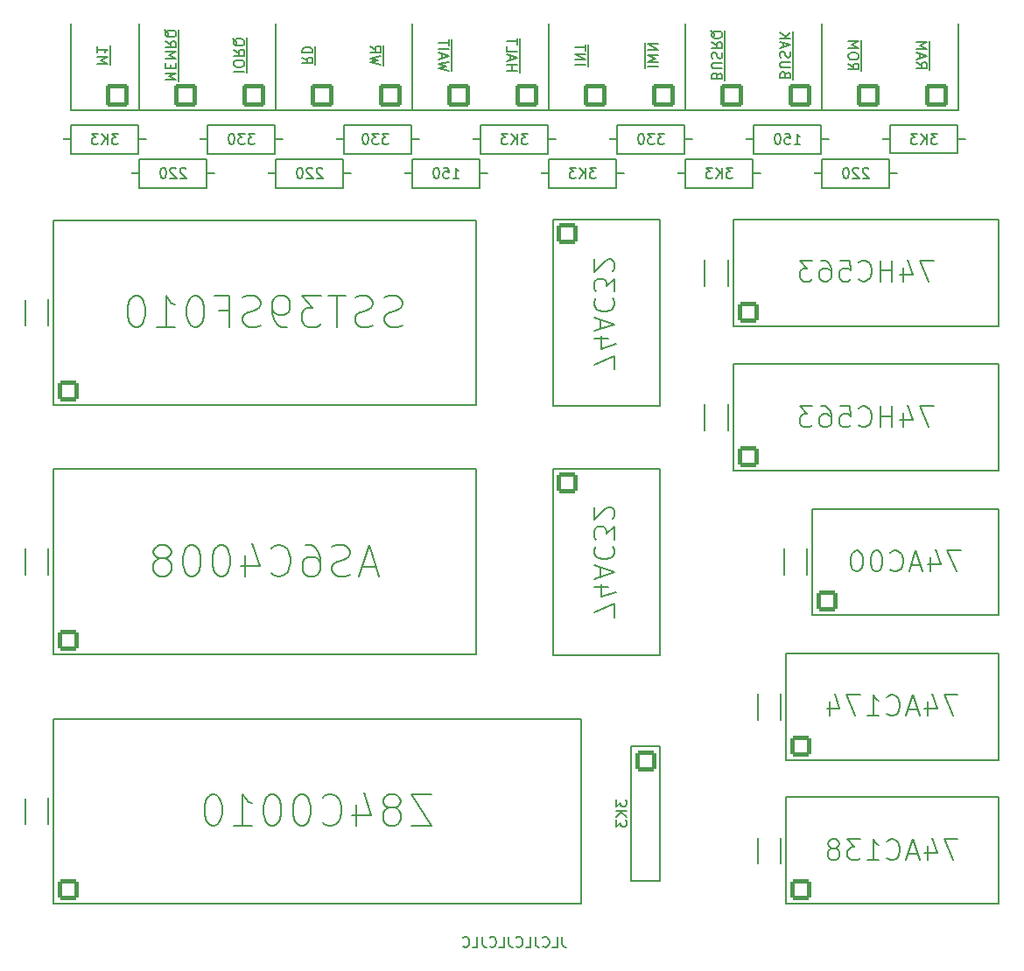
<source format=gbo>
G04 #@! TF.GenerationSoftware,KiCad,Pcbnew,7.0.7*
G04 #@! TF.CreationDate,2023-08-22T19:55:34-04:00*
G04 #@! TF.ProjectId,3 - CPU and memory,33202d20-4350-4552-9061-6e64206d656d,1*
G04 #@! TF.SameCoordinates,Original*
G04 #@! TF.FileFunction,Legend,Bot*
G04 #@! TF.FilePolarity,Positive*
%FSLAX46Y46*%
G04 Gerber Fmt 4.6, Leading zero omitted, Abs format (unit mm)*
G04 Created by KiCad (PCBNEW 7.0.7) date 2023-08-22 19:55:34*
%MOMM*%
%LPD*%
G01*
G04 APERTURE LIST*
G04 Aperture macros list*
%AMRoundRect*
0 Rectangle with rounded corners*
0 $1 Rounding radius*
0 $2 $3 $4 $5 $6 $7 $8 $9 X,Y pos of 4 corners*
0 Add a 4 corners polygon primitive as box body*
4,1,4,$2,$3,$4,$5,$6,$7,$8,$9,$2,$3,0*
0 Add four circle primitives for the rounded corners*
1,1,$1+$1,$2,$3*
1,1,$1+$1,$4,$5*
1,1,$1+$1,$6,$7*
1,1,$1+$1,$8,$9*
0 Add four rect primitives between the rounded corners*
20,1,$1+$1,$2,$3,$4,$5,0*
20,1,$1+$1,$4,$5,$6,$7,0*
20,1,$1+$1,$6,$7,$8,$9,0*
20,1,$1+$1,$8,$9,$2,$3,0*%
G04 Aperture macros list end*
%ADD10C,0.150000*%
%ADD11C,0.200000*%
%ADD12C,2.000000*%
%ADD13O,2.000000X2.000000*%
%ADD14RoundRect,0.200000X0.800000X-0.800000X0.800000X0.800000X-0.800000X0.800000X-0.800000X-0.800000X0*%
%ADD15RoundRect,0.200000X0.900000X0.900000X-0.900000X0.900000X-0.900000X-0.900000X0.900000X-0.900000X0*%
%ADD16C,2.200000*%
%ADD17RoundRect,0.200000X-0.800000X-0.800000X0.800000X-0.800000X0.800000X0.800000X-0.800000X0.800000X0*%
%ADD18RoundRect,0.200000X-0.890000X-3.810000X0.890000X-3.810000X0.890000X3.810000X-0.890000X3.810000X0*%
%ADD19RoundRect,0.200000X-0.800000X0.800000X-0.800000X-0.800000X0.800000X-0.800000X0.800000X0.800000X0*%
G04 APERTURE END LIST*
D10*
X123723400Y-55118000D02*
X122986800Y-55118000D01*
X159893000Y-101574600D02*
X180467000Y-101574600D01*
X180467000Y-111861600D01*
X159893000Y-111861600D01*
X159893000Y-101574600D01*
X123698000Y-49022000D02*
X110490000Y-49022000D01*
X154838400Y-59613800D02*
X180467000Y-59613800D01*
X180467000Y-69875400D01*
X154838400Y-69875400D01*
X154838400Y-59613800D01*
X169976800Y-50444400D02*
X176504600Y-50444400D01*
X176504600Y-53162200D01*
X169976800Y-53162200D01*
X169976800Y-50444400D01*
X152044400Y-66040000D02*
X152044400Y-63500000D01*
X156743400Y-51816000D02*
X156006800Y-51816000D01*
X103860600Y-55118000D02*
X104597200Y-55118000D01*
X89027000Y-59639200D02*
X129921000Y-59639200D01*
X129921000Y-77546200D01*
X89027000Y-77546200D01*
X89027000Y-59639200D01*
X157162500Y-108013500D02*
X157162500Y-105473500D01*
X103911400Y-50444400D02*
X110464600Y-50444400D01*
X110464600Y-53187600D01*
X103911400Y-53187600D01*
X103911400Y-50444400D01*
X136931400Y-55118000D02*
X136194800Y-55118000D01*
X163322000Y-40640000D02*
X163322000Y-49022000D01*
X136906000Y-49022000D02*
X123698000Y-49022000D01*
X159893000Y-115493800D02*
X180467000Y-115493800D01*
X180467000Y-125780800D01*
X159893000Y-125780800D01*
X159893000Y-115493800D01*
X150139400Y-53746400D02*
X156692600Y-53746400D01*
X156692600Y-56489600D01*
X150139400Y-56489600D01*
X150139400Y-53746400D01*
X163322000Y-49022000D02*
X176530000Y-49022000D01*
X159334200Y-105473500D02*
X159334200Y-108013500D01*
X123723400Y-53746400D02*
X130276600Y-53746400D01*
X130276600Y-56489600D01*
X123723400Y-56489600D01*
X123723400Y-53746400D01*
X86283800Y-91440000D02*
X86283800Y-93929200D01*
X159359600Y-121920000D02*
X159359600Y-119405400D01*
X154254200Y-77470000D02*
X154254200Y-79946500D01*
X152044400Y-79946500D02*
X152044400Y-77470000D01*
X97307400Y-55118000D02*
X96570800Y-55118000D01*
X162433000Y-87579200D02*
X180467000Y-87579200D01*
X180467000Y-97840800D01*
X162433000Y-97840800D01*
X162433000Y-87579200D01*
X86283800Y-67335400D02*
X86283800Y-69824600D01*
X143484600Y-55118000D02*
X144221200Y-55118000D01*
X88468200Y-93929200D02*
X88468200Y-91414600D01*
X89027000Y-83743800D02*
X129921000Y-83743800D01*
X129921000Y-101650800D01*
X89027000Y-101650800D01*
X89027000Y-83743800D01*
X157149800Y-119405400D02*
X157149800Y-121920000D01*
X123672600Y-51816000D02*
X124409200Y-51816000D01*
X117144800Y-50444400D02*
X123672600Y-50444400D01*
X123672600Y-53187600D01*
X117144800Y-53187600D01*
X117144800Y-50444400D01*
X136931400Y-53746400D02*
X143484600Y-53746400D01*
X143484600Y-56489600D01*
X136931400Y-56489600D01*
X136931400Y-53746400D01*
X144907000Y-110540800D02*
X147701000Y-110540800D01*
X147701000Y-123571000D01*
X144907000Y-123571000D01*
X144907000Y-110540800D01*
X110464600Y-51816000D02*
X111201200Y-51816000D01*
X130352800Y-50444400D02*
X136880600Y-50444400D01*
X136880600Y-53187600D01*
X130352800Y-53187600D01*
X130352800Y-50444400D01*
X117144800Y-51816000D02*
X116382800Y-51816000D01*
X90678000Y-49022000D02*
X90678000Y-40640000D01*
X154254200Y-63500000D02*
X154254200Y-66040000D01*
X97307400Y-53746400D02*
X103860600Y-53746400D01*
X103860600Y-56489600D01*
X97307400Y-56489600D01*
X97307400Y-53746400D01*
X150114000Y-49022000D02*
X136906000Y-49022000D01*
X103911400Y-51816000D02*
X103174800Y-51816000D01*
X150088600Y-51816000D02*
X150825200Y-51816000D01*
X156692600Y-55118000D02*
X157429200Y-55118000D01*
X89027000Y-107899200D02*
X140081000Y-107899200D01*
X140081000Y-125806200D01*
X89027000Y-125806200D01*
X89027000Y-107899200D01*
X163347400Y-53746400D02*
X169900600Y-53746400D01*
X169900600Y-56489600D01*
X163347400Y-56489600D01*
X163347400Y-53746400D01*
X110515400Y-55118000D02*
X109778800Y-55118000D01*
X161874200Y-93980000D02*
X161874200Y-91440000D01*
X176530000Y-49022000D02*
X176530000Y-40640000D01*
X156718000Y-49022000D02*
X150114000Y-49022000D01*
X110490000Y-49022000D02*
X97282000Y-49022000D01*
X150139400Y-55118000D02*
X149402800Y-55118000D01*
X163347400Y-55118000D02*
X162610800Y-55118000D01*
X176504600Y-51803300D02*
X177241200Y-51816000D01*
X143535400Y-50444400D02*
X150088600Y-50444400D01*
X150088600Y-53187600D01*
X143535400Y-53187600D01*
X143535400Y-50444400D01*
X130302000Y-51816000D02*
X129590800Y-51816000D01*
X136906000Y-49022000D02*
X136906000Y-40640000D01*
X90703400Y-51816000D02*
X89966800Y-51816000D01*
X169900600Y-55118000D02*
X170637200Y-55118000D01*
X90703400Y-50444400D02*
X97256600Y-50444400D01*
X97256600Y-53187600D01*
X90703400Y-53187600D01*
X90703400Y-50444400D01*
X97256600Y-51816000D02*
X97993200Y-51816000D01*
X110490000Y-49022000D02*
X110490000Y-40640000D01*
X117068600Y-55118000D02*
X117805200Y-55118000D01*
X163296600Y-51816000D02*
X164033200Y-51816000D01*
X88468200Y-118084600D02*
X88468200Y-115570000D01*
X137363200Y-83693000D02*
X147650200Y-83693000D01*
X147650200Y-101727000D01*
X137363200Y-101727000D01*
X137363200Y-83693000D01*
X123698000Y-49022000D02*
X123698000Y-40640000D01*
X163322000Y-49022000D02*
X156718000Y-49022000D01*
X159689800Y-91440000D02*
X159689800Y-93980000D01*
X156743400Y-50444400D02*
X163296600Y-50444400D01*
X163296600Y-53187600D01*
X156743400Y-53187600D01*
X156743400Y-50444400D01*
X169976800Y-51803300D02*
X169214800Y-51816000D01*
X86283800Y-115595400D02*
X86283800Y-118084600D01*
X88468200Y-69824600D02*
X88468200Y-67310000D01*
X97282000Y-49022000D02*
X97282000Y-40640000D01*
X97282000Y-49022000D02*
X90678000Y-49022000D01*
X150114000Y-49022000D02*
X150114000Y-40640000D01*
X137363200Y-59563000D02*
X147650200Y-59563000D01*
X147650200Y-77597000D01*
X137363200Y-77597000D01*
X137363200Y-59563000D01*
X154813000Y-73583800D02*
X180467000Y-73583800D01*
X180467000Y-83845400D01*
X154813000Y-83845400D01*
X154813000Y-73583800D01*
X110515400Y-53746400D02*
X117068600Y-53746400D01*
X117068600Y-56489600D01*
X110515400Y-56489600D01*
X110515400Y-53746400D01*
X143535400Y-51816000D02*
X142798800Y-51816000D01*
X136880600Y-51816000D02*
X137617200Y-51816000D01*
X130276600Y-55118000D02*
X131013200Y-55118000D01*
X127666666Y-55572819D02*
X128238094Y-55572819D01*
X127952380Y-55572819D02*
X127952380Y-54572819D01*
X127952380Y-54572819D02*
X128047618Y-54715676D01*
X128047618Y-54715676D02*
X128142856Y-54810914D01*
X128142856Y-54810914D02*
X128238094Y-54858533D01*
X126761904Y-54572819D02*
X127238094Y-54572819D01*
X127238094Y-54572819D02*
X127285713Y-55049009D01*
X127285713Y-55049009D02*
X127238094Y-55001390D01*
X127238094Y-55001390D02*
X127142856Y-54953771D01*
X127142856Y-54953771D02*
X126904761Y-54953771D01*
X126904761Y-54953771D02*
X126809523Y-55001390D01*
X126809523Y-55001390D02*
X126761904Y-55049009D01*
X126761904Y-55049009D02*
X126714285Y-55144247D01*
X126714285Y-55144247D02*
X126714285Y-55382342D01*
X126714285Y-55382342D02*
X126761904Y-55477580D01*
X126761904Y-55477580D02*
X126809523Y-55525200D01*
X126809523Y-55525200D02*
X126904761Y-55572819D01*
X126904761Y-55572819D02*
X127142856Y-55572819D01*
X127142856Y-55572819D02*
X127238094Y-55525200D01*
X127238094Y-55525200D02*
X127285713Y-55477580D01*
X126095237Y-54572819D02*
X125999999Y-54572819D01*
X125999999Y-54572819D02*
X125904761Y-54620438D01*
X125904761Y-54620438D02*
X125857142Y-54668057D01*
X125857142Y-54668057D02*
X125809523Y-54763295D01*
X125809523Y-54763295D02*
X125761904Y-54953771D01*
X125761904Y-54953771D02*
X125761904Y-55191866D01*
X125761904Y-55191866D02*
X125809523Y-55382342D01*
X125809523Y-55382342D02*
X125857142Y-55477580D01*
X125857142Y-55477580D02*
X125904761Y-55525200D01*
X125904761Y-55525200D02*
X125999999Y-55572819D01*
X125999999Y-55572819D02*
X126095237Y-55572819D01*
X126095237Y-55572819D02*
X126190475Y-55525200D01*
X126190475Y-55525200D02*
X126238094Y-55477580D01*
X126238094Y-55477580D02*
X126285713Y-55382342D01*
X126285713Y-55382342D02*
X126333332Y-55191866D01*
X126333332Y-55191866D02*
X126333332Y-54953771D01*
X126333332Y-54953771D02*
X126285713Y-54763295D01*
X126285713Y-54763295D02*
X126238094Y-54668057D01*
X126238094Y-54668057D02*
X126190475Y-54620438D01*
X126190475Y-54620438D02*
X126095237Y-54572819D01*
X134913523Y-51270819D02*
X134294476Y-51270819D01*
X134294476Y-51270819D02*
X134627809Y-51651771D01*
X134627809Y-51651771D02*
X134484952Y-51651771D01*
X134484952Y-51651771D02*
X134389714Y-51699390D01*
X134389714Y-51699390D02*
X134342095Y-51747009D01*
X134342095Y-51747009D02*
X134294476Y-51842247D01*
X134294476Y-51842247D02*
X134294476Y-52080342D01*
X134294476Y-52080342D02*
X134342095Y-52175580D01*
X134342095Y-52175580D02*
X134389714Y-52223200D01*
X134389714Y-52223200D02*
X134484952Y-52270819D01*
X134484952Y-52270819D02*
X134770666Y-52270819D01*
X134770666Y-52270819D02*
X134865904Y-52223200D01*
X134865904Y-52223200D02*
X134913523Y-52175580D01*
X133865904Y-52270819D02*
X133865904Y-51270819D01*
X133294476Y-52270819D02*
X133723047Y-51699390D01*
X133294476Y-51270819D02*
X133865904Y-51842247D01*
X132961142Y-51270819D02*
X132342095Y-51270819D01*
X132342095Y-51270819D02*
X132675428Y-51651771D01*
X132675428Y-51651771D02*
X132532571Y-51651771D01*
X132532571Y-51651771D02*
X132437333Y-51699390D01*
X132437333Y-51699390D02*
X132389714Y-51747009D01*
X132389714Y-51747009D02*
X132342095Y-51842247D01*
X132342095Y-51842247D02*
X132342095Y-52080342D01*
X132342095Y-52080342D02*
X132389714Y-52175580D01*
X132389714Y-52175580D02*
X132437333Y-52223200D01*
X132437333Y-52223200D02*
X132532571Y-52270819D01*
X132532571Y-52270819D02*
X132818285Y-52270819D01*
X132818285Y-52270819D02*
X132913523Y-52223200D01*
X132913523Y-52223200D02*
X132961142Y-52175580D01*
D11*
X143325161Y-98090952D02*
X143325161Y-96757619D01*
X143325161Y-96757619D02*
X141325161Y-97614762D01*
X142658495Y-95138571D02*
X141325161Y-95138571D01*
X143420400Y-95614762D02*
X141991828Y-96090952D01*
X141991828Y-96090952D02*
X141991828Y-94852857D01*
X141896590Y-94186190D02*
X141896590Y-93233809D01*
X141325161Y-94376666D02*
X143325161Y-93710000D01*
X143325161Y-93710000D02*
X141325161Y-93043333D01*
X141515638Y-91233809D02*
X141420400Y-91329047D01*
X141420400Y-91329047D02*
X141325161Y-91614761D01*
X141325161Y-91614761D02*
X141325161Y-91805237D01*
X141325161Y-91805237D02*
X141420400Y-92090952D01*
X141420400Y-92090952D02*
X141610876Y-92281428D01*
X141610876Y-92281428D02*
X141801352Y-92376666D01*
X141801352Y-92376666D02*
X142182304Y-92471904D01*
X142182304Y-92471904D02*
X142468019Y-92471904D01*
X142468019Y-92471904D02*
X142848971Y-92376666D01*
X142848971Y-92376666D02*
X143039447Y-92281428D01*
X143039447Y-92281428D02*
X143229923Y-92090952D01*
X143229923Y-92090952D02*
X143325161Y-91805237D01*
X143325161Y-91805237D02*
X143325161Y-91614761D01*
X143325161Y-91614761D02*
X143229923Y-91329047D01*
X143229923Y-91329047D02*
X143134685Y-91233809D01*
X143325161Y-90567142D02*
X143325161Y-89329047D01*
X143325161Y-89329047D02*
X142563257Y-89995714D01*
X142563257Y-89995714D02*
X142563257Y-89709999D01*
X142563257Y-89709999D02*
X142468019Y-89519523D01*
X142468019Y-89519523D02*
X142372780Y-89424285D01*
X142372780Y-89424285D02*
X142182304Y-89329047D01*
X142182304Y-89329047D02*
X141706114Y-89329047D01*
X141706114Y-89329047D02*
X141515638Y-89424285D01*
X141515638Y-89424285D02*
X141420400Y-89519523D01*
X141420400Y-89519523D02*
X141325161Y-89709999D01*
X141325161Y-89709999D02*
X141325161Y-90281428D01*
X141325161Y-90281428D02*
X141420400Y-90471904D01*
X141420400Y-90471904D02*
X141515638Y-90567142D01*
X143134685Y-88567142D02*
X143229923Y-88471904D01*
X143229923Y-88471904D02*
X143325161Y-88281428D01*
X143325161Y-88281428D02*
X143325161Y-87805237D01*
X143325161Y-87805237D02*
X143229923Y-87614761D01*
X143229923Y-87614761D02*
X143134685Y-87519523D01*
X143134685Y-87519523D02*
X142944209Y-87424285D01*
X142944209Y-87424285D02*
X142753733Y-87424285D01*
X142753733Y-87424285D02*
X142468019Y-87519523D01*
X142468019Y-87519523D02*
X141325161Y-88662380D01*
X141325161Y-88662380D02*
X141325161Y-87424285D01*
X125625428Y-115217457D02*
X123625428Y-115217457D01*
X123625428Y-115217457D02*
X125625428Y-118217457D01*
X125625428Y-118217457D02*
X123625428Y-118217457D01*
X122053999Y-116503171D02*
X122339714Y-116360314D01*
X122339714Y-116360314D02*
X122482571Y-116217457D01*
X122482571Y-116217457D02*
X122625428Y-115931742D01*
X122625428Y-115931742D02*
X122625428Y-115788885D01*
X122625428Y-115788885D02*
X122482571Y-115503171D01*
X122482571Y-115503171D02*
X122339714Y-115360314D01*
X122339714Y-115360314D02*
X122053999Y-115217457D01*
X122053999Y-115217457D02*
X121482571Y-115217457D01*
X121482571Y-115217457D02*
X121196857Y-115360314D01*
X121196857Y-115360314D02*
X121053999Y-115503171D01*
X121053999Y-115503171D02*
X120911142Y-115788885D01*
X120911142Y-115788885D02*
X120911142Y-115931742D01*
X120911142Y-115931742D02*
X121053999Y-116217457D01*
X121053999Y-116217457D02*
X121196857Y-116360314D01*
X121196857Y-116360314D02*
X121482571Y-116503171D01*
X121482571Y-116503171D02*
X122053999Y-116503171D01*
X122053999Y-116503171D02*
X122339714Y-116646028D01*
X122339714Y-116646028D02*
X122482571Y-116788885D01*
X122482571Y-116788885D02*
X122625428Y-117074600D01*
X122625428Y-117074600D02*
X122625428Y-117646028D01*
X122625428Y-117646028D02*
X122482571Y-117931742D01*
X122482571Y-117931742D02*
X122339714Y-118074600D01*
X122339714Y-118074600D02*
X122053999Y-118217457D01*
X122053999Y-118217457D02*
X121482571Y-118217457D01*
X121482571Y-118217457D02*
X121196857Y-118074600D01*
X121196857Y-118074600D02*
X121053999Y-117931742D01*
X121053999Y-117931742D02*
X120911142Y-117646028D01*
X120911142Y-117646028D02*
X120911142Y-117074600D01*
X120911142Y-117074600D02*
X121053999Y-116788885D01*
X121053999Y-116788885D02*
X121196857Y-116646028D01*
X121196857Y-116646028D02*
X121482571Y-116503171D01*
X118339714Y-116217457D02*
X118339714Y-118217457D01*
X119053999Y-115074600D02*
X119768285Y-117217457D01*
X119768285Y-117217457D02*
X117911142Y-117217457D01*
X115053999Y-117931742D02*
X115196856Y-118074600D01*
X115196856Y-118074600D02*
X115625428Y-118217457D01*
X115625428Y-118217457D02*
X115911142Y-118217457D01*
X115911142Y-118217457D02*
X116339713Y-118074600D01*
X116339713Y-118074600D02*
X116625428Y-117788885D01*
X116625428Y-117788885D02*
X116768285Y-117503171D01*
X116768285Y-117503171D02*
X116911142Y-116931742D01*
X116911142Y-116931742D02*
X116911142Y-116503171D01*
X116911142Y-116503171D02*
X116768285Y-115931742D01*
X116768285Y-115931742D02*
X116625428Y-115646028D01*
X116625428Y-115646028D02*
X116339713Y-115360314D01*
X116339713Y-115360314D02*
X115911142Y-115217457D01*
X115911142Y-115217457D02*
X115625428Y-115217457D01*
X115625428Y-115217457D02*
X115196856Y-115360314D01*
X115196856Y-115360314D02*
X115053999Y-115503171D01*
X113196856Y-115217457D02*
X112911142Y-115217457D01*
X112911142Y-115217457D02*
X112625428Y-115360314D01*
X112625428Y-115360314D02*
X112482571Y-115503171D01*
X112482571Y-115503171D02*
X112339713Y-115788885D01*
X112339713Y-115788885D02*
X112196856Y-116360314D01*
X112196856Y-116360314D02*
X112196856Y-117074600D01*
X112196856Y-117074600D02*
X112339713Y-117646028D01*
X112339713Y-117646028D02*
X112482571Y-117931742D01*
X112482571Y-117931742D02*
X112625428Y-118074600D01*
X112625428Y-118074600D02*
X112911142Y-118217457D01*
X112911142Y-118217457D02*
X113196856Y-118217457D01*
X113196856Y-118217457D02*
X113482571Y-118074600D01*
X113482571Y-118074600D02*
X113625428Y-117931742D01*
X113625428Y-117931742D02*
X113768285Y-117646028D01*
X113768285Y-117646028D02*
X113911142Y-117074600D01*
X113911142Y-117074600D02*
X113911142Y-116360314D01*
X113911142Y-116360314D02*
X113768285Y-115788885D01*
X113768285Y-115788885D02*
X113625428Y-115503171D01*
X113625428Y-115503171D02*
X113482571Y-115360314D01*
X113482571Y-115360314D02*
X113196856Y-115217457D01*
X110339713Y-115217457D02*
X110053999Y-115217457D01*
X110053999Y-115217457D02*
X109768285Y-115360314D01*
X109768285Y-115360314D02*
X109625428Y-115503171D01*
X109625428Y-115503171D02*
X109482570Y-115788885D01*
X109482570Y-115788885D02*
X109339713Y-116360314D01*
X109339713Y-116360314D02*
X109339713Y-117074600D01*
X109339713Y-117074600D02*
X109482570Y-117646028D01*
X109482570Y-117646028D02*
X109625428Y-117931742D01*
X109625428Y-117931742D02*
X109768285Y-118074600D01*
X109768285Y-118074600D02*
X110053999Y-118217457D01*
X110053999Y-118217457D02*
X110339713Y-118217457D01*
X110339713Y-118217457D02*
X110625428Y-118074600D01*
X110625428Y-118074600D02*
X110768285Y-117931742D01*
X110768285Y-117931742D02*
X110911142Y-117646028D01*
X110911142Y-117646028D02*
X111053999Y-117074600D01*
X111053999Y-117074600D02*
X111053999Y-116360314D01*
X111053999Y-116360314D02*
X110911142Y-115788885D01*
X110911142Y-115788885D02*
X110768285Y-115503171D01*
X110768285Y-115503171D02*
X110625428Y-115360314D01*
X110625428Y-115360314D02*
X110339713Y-115217457D01*
X106482570Y-118217457D02*
X108196856Y-118217457D01*
X107339713Y-118217457D02*
X107339713Y-115217457D01*
X107339713Y-115217457D02*
X107625427Y-115646028D01*
X107625427Y-115646028D02*
X107911142Y-115931742D01*
X107911142Y-115931742D02*
X108196856Y-116074600D01*
X104625427Y-115217457D02*
X104339713Y-115217457D01*
X104339713Y-115217457D02*
X104053999Y-115360314D01*
X104053999Y-115360314D02*
X103911142Y-115503171D01*
X103911142Y-115503171D02*
X103768284Y-115788885D01*
X103768284Y-115788885D02*
X103625427Y-116360314D01*
X103625427Y-116360314D02*
X103625427Y-117074600D01*
X103625427Y-117074600D02*
X103768284Y-117646028D01*
X103768284Y-117646028D02*
X103911142Y-117931742D01*
X103911142Y-117931742D02*
X104053999Y-118074600D01*
X104053999Y-118074600D02*
X104339713Y-118217457D01*
X104339713Y-118217457D02*
X104625427Y-118217457D01*
X104625427Y-118217457D02*
X104911142Y-118074600D01*
X104911142Y-118074600D02*
X105053999Y-117931742D01*
X105053999Y-117931742D02*
X105196856Y-117646028D01*
X105196856Y-117646028D02*
X105339713Y-117074600D01*
X105339713Y-117074600D02*
X105339713Y-116360314D01*
X105339713Y-116360314D02*
X105196856Y-115788885D01*
X105196856Y-115788885D02*
X105053999Y-115503171D01*
X105053999Y-115503171D02*
X104911142Y-115360314D01*
X104911142Y-115360314D02*
X104625427Y-115217457D01*
X174163809Y-77654838D02*
X172830476Y-77654838D01*
X172830476Y-77654838D02*
X173687619Y-79654838D01*
X171211428Y-78321504D02*
X171211428Y-79654838D01*
X171687619Y-77559600D02*
X172163809Y-78988171D01*
X172163809Y-78988171D02*
X170925714Y-78988171D01*
X170163809Y-79654838D02*
X170163809Y-77654838D01*
X170163809Y-78607219D02*
X169020952Y-78607219D01*
X169020952Y-79654838D02*
X169020952Y-77654838D01*
X166925714Y-79464361D02*
X167020952Y-79559600D01*
X167020952Y-79559600D02*
X167306666Y-79654838D01*
X167306666Y-79654838D02*
X167497142Y-79654838D01*
X167497142Y-79654838D02*
X167782857Y-79559600D01*
X167782857Y-79559600D02*
X167973333Y-79369123D01*
X167973333Y-79369123D02*
X168068571Y-79178647D01*
X168068571Y-79178647D02*
X168163809Y-78797695D01*
X168163809Y-78797695D02*
X168163809Y-78511980D01*
X168163809Y-78511980D02*
X168068571Y-78131028D01*
X168068571Y-78131028D02*
X167973333Y-77940552D01*
X167973333Y-77940552D02*
X167782857Y-77750076D01*
X167782857Y-77750076D02*
X167497142Y-77654838D01*
X167497142Y-77654838D02*
X167306666Y-77654838D01*
X167306666Y-77654838D02*
X167020952Y-77750076D01*
X167020952Y-77750076D02*
X166925714Y-77845314D01*
X165116190Y-77654838D02*
X166068571Y-77654838D01*
X166068571Y-77654838D02*
X166163809Y-78607219D01*
X166163809Y-78607219D02*
X166068571Y-78511980D01*
X166068571Y-78511980D02*
X165878095Y-78416742D01*
X165878095Y-78416742D02*
X165401904Y-78416742D01*
X165401904Y-78416742D02*
X165211428Y-78511980D01*
X165211428Y-78511980D02*
X165116190Y-78607219D01*
X165116190Y-78607219D02*
X165020952Y-78797695D01*
X165020952Y-78797695D02*
X165020952Y-79273885D01*
X165020952Y-79273885D02*
X165116190Y-79464361D01*
X165116190Y-79464361D02*
X165211428Y-79559600D01*
X165211428Y-79559600D02*
X165401904Y-79654838D01*
X165401904Y-79654838D02*
X165878095Y-79654838D01*
X165878095Y-79654838D02*
X166068571Y-79559600D01*
X166068571Y-79559600D02*
X166163809Y-79464361D01*
X163306666Y-77654838D02*
X163687619Y-77654838D01*
X163687619Y-77654838D02*
X163878095Y-77750076D01*
X163878095Y-77750076D02*
X163973333Y-77845314D01*
X163973333Y-77845314D02*
X164163809Y-78131028D01*
X164163809Y-78131028D02*
X164259047Y-78511980D01*
X164259047Y-78511980D02*
X164259047Y-79273885D01*
X164259047Y-79273885D02*
X164163809Y-79464361D01*
X164163809Y-79464361D02*
X164068571Y-79559600D01*
X164068571Y-79559600D02*
X163878095Y-79654838D01*
X163878095Y-79654838D02*
X163497142Y-79654838D01*
X163497142Y-79654838D02*
X163306666Y-79559600D01*
X163306666Y-79559600D02*
X163211428Y-79464361D01*
X163211428Y-79464361D02*
X163116190Y-79273885D01*
X163116190Y-79273885D02*
X163116190Y-78797695D01*
X163116190Y-78797695D02*
X163211428Y-78607219D01*
X163211428Y-78607219D02*
X163306666Y-78511980D01*
X163306666Y-78511980D02*
X163497142Y-78416742D01*
X163497142Y-78416742D02*
X163878095Y-78416742D01*
X163878095Y-78416742D02*
X164068571Y-78511980D01*
X164068571Y-78511980D02*
X164163809Y-78607219D01*
X164163809Y-78607219D02*
X164259047Y-78797695D01*
X162449523Y-77654838D02*
X161211428Y-77654838D01*
X161211428Y-77654838D02*
X161878095Y-78416742D01*
X161878095Y-78416742D02*
X161592380Y-78416742D01*
X161592380Y-78416742D02*
X161401904Y-78511980D01*
X161401904Y-78511980D02*
X161306666Y-78607219D01*
X161306666Y-78607219D02*
X161211428Y-78797695D01*
X161211428Y-78797695D02*
X161211428Y-79273885D01*
X161211428Y-79273885D02*
X161306666Y-79464361D01*
X161306666Y-79464361D02*
X161401904Y-79559600D01*
X161401904Y-79559600D02*
X161592380Y-79654838D01*
X161592380Y-79654838D02*
X162163809Y-79654838D01*
X162163809Y-79654838D02*
X162354285Y-79559600D01*
X162354285Y-79559600D02*
X162449523Y-79464361D01*
D10*
X167862094Y-54668057D02*
X167814475Y-54620438D01*
X167814475Y-54620438D02*
X167719237Y-54572819D01*
X167719237Y-54572819D02*
X167481142Y-54572819D01*
X167481142Y-54572819D02*
X167385904Y-54620438D01*
X167385904Y-54620438D02*
X167338285Y-54668057D01*
X167338285Y-54668057D02*
X167290666Y-54763295D01*
X167290666Y-54763295D02*
X167290666Y-54858533D01*
X167290666Y-54858533D02*
X167338285Y-55001390D01*
X167338285Y-55001390D02*
X167909713Y-55572819D01*
X167909713Y-55572819D02*
X167290666Y-55572819D01*
X166909713Y-54668057D02*
X166862094Y-54620438D01*
X166862094Y-54620438D02*
X166766856Y-54572819D01*
X166766856Y-54572819D02*
X166528761Y-54572819D01*
X166528761Y-54572819D02*
X166433523Y-54620438D01*
X166433523Y-54620438D02*
X166385904Y-54668057D01*
X166385904Y-54668057D02*
X166338285Y-54763295D01*
X166338285Y-54763295D02*
X166338285Y-54858533D01*
X166338285Y-54858533D02*
X166385904Y-55001390D01*
X166385904Y-55001390D02*
X166957332Y-55572819D01*
X166957332Y-55572819D02*
X166338285Y-55572819D01*
X165719237Y-54572819D02*
X165623999Y-54572819D01*
X165623999Y-54572819D02*
X165528761Y-54620438D01*
X165528761Y-54620438D02*
X165481142Y-54668057D01*
X165481142Y-54668057D02*
X165433523Y-54763295D01*
X165433523Y-54763295D02*
X165385904Y-54953771D01*
X165385904Y-54953771D02*
X165385904Y-55191866D01*
X165385904Y-55191866D02*
X165433523Y-55382342D01*
X165433523Y-55382342D02*
X165481142Y-55477580D01*
X165481142Y-55477580D02*
X165528761Y-55525200D01*
X165528761Y-55525200D02*
X165623999Y-55572819D01*
X165623999Y-55572819D02*
X165719237Y-55572819D01*
X165719237Y-55572819D02*
X165814475Y-55525200D01*
X165814475Y-55525200D02*
X165862094Y-55477580D01*
X165862094Y-55477580D02*
X165909713Y-55382342D01*
X165909713Y-55382342D02*
X165957332Y-55191866D01*
X165957332Y-55191866D02*
X165957332Y-54953771D01*
X165957332Y-54953771D02*
X165909713Y-54763295D01*
X165909713Y-54763295D02*
X165862094Y-54668057D01*
X165862094Y-54668057D02*
X165814475Y-54620438D01*
X165814475Y-54620438D02*
X165719237Y-54572819D01*
D11*
X120259714Y-93230314D02*
X118831143Y-93230314D01*
X120545428Y-94087457D02*
X119545428Y-91087457D01*
X119545428Y-91087457D02*
X118545428Y-94087457D01*
X117688285Y-93944600D02*
X117259714Y-94087457D01*
X117259714Y-94087457D02*
X116545428Y-94087457D01*
X116545428Y-94087457D02*
X116259714Y-93944600D01*
X116259714Y-93944600D02*
X116116856Y-93801742D01*
X116116856Y-93801742D02*
X115973999Y-93516028D01*
X115973999Y-93516028D02*
X115973999Y-93230314D01*
X115973999Y-93230314D02*
X116116856Y-92944600D01*
X116116856Y-92944600D02*
X116259714Y-92801742D01*
X116259714Y-92801742D02*
X116545428Y-92658885D01*
X116545428Y-92658885D02*
X117116856Y-92516028D01*
X117116856Y-92516028D02*
X117402571Y-92373171D01*
X117402571Y-92373171D02*
X117545428Y-92230314D01*
X117545428Y-92230314D02*
X117688285Y-91944600D01*
X117688285Y-91944600D02*
X117688285Y-91658885D01*
X117688285Y-91658885D02*
X117545428Y-91373171D01*
X117545428Y-91373171D02*
X117402571Y-91230314D01*
X117402571Y-91230314D02*
X117116856Y-91087457D01*
X117116856Y-91087457D02*
X116402571Y-91087457D01*
X116402571Y-91087457D02*
X115973999Y-91230314D01*
X113402571Y-91087457D02*
X113973999Y-91087457D01*
X113973999Y-91087457D02*
X114259713Y-91230314D01*
X114259713Y-91230314D02*
X114402571Y-91373171D01*
X114402571Y-91373171D02*
X114688285Y-91801742D01*
X114688285Y-91801742D02*
X114831142Y-92373171D01*
X114831142Y-92373171D02*
X114831142Y-93516028D01*
X114831142Y-93516028D02*
X114688285Y-93801742D01*
X114688285Y-93801742D02*
X114545428Y-93944600D01*
X114545428Y-93944600D02*
X114259713Y-94087457D01*
X114259713Y-94087457D02*
X113688285Y-94087457D01*
X113688285Y-94087457D02*
X113402571Y-93944600D01*
X113402571Y-93944600D02*
X113259713Y-93801742D01*
X113259713Y-93801742D02*
X113116856Y-93516028D01*
X113116856Y-93516028D02*
X113116856Y-92801742D01*
X113116856Y-92801742D02*
X113259713Y-92516028D01*
X113259713Y-92516028D02*
X113402571Y-92373171D01*
X113402571Y-92373171D02*
X113688285Y-92230314D01*
X113688285Y-92230314D02*
X114259713Y-92230314D01*
X114259713Y-92230314D02*
X114545428Y-92373171D01*
X114545428Y-92373171D02*
X114688285Y-92516028D01*
X114688285Y-92516028D02*
X114831142Y-92801742D01*
X110116856Y-93801742D02*
X110259713Y-93944600D01*
X110259713Y-93944600D02*
X110688285Y-94087457D01*
X110688285Y-94087457D02*
X110973999Y-94087457D01*
X110973999Y-94087457D02*
X111402570Y-93944600D01*
X111402570Y-93944600D02*
X111688285Y-93658885D01*
X111688285Y-93658885D02*
X111831142Y-93373171D01*
X111831142Y-93373171D02*
X111973999Y-92801742D01*
X111973999Y-92801742D02*
X111973999Y-92373171D01*
X111973999Y-92373171D02*
X111831142Y-91801742D01*
X111831142Y-91801742D02*
X111688285Y-91516028D01*
X111688285Y-91516028D02*
X111402570Y-91230314D01*
X111402570Y-91230314D02*
X110973999Y-91087457D01*
X110973999Y-91087457D02*
X110688285Y-91087457D01*
X110688285Y-91087457D02*
X110259713Y-91230314D01*
X110259713Y-91230314D02*
X110116856Y-91373171D01*
X107545428Y-92087457D02*
X107545428Y-94087457D01*
X108259713Y-90944600D02*
X108973999Y-93087457D01*
X108973999Y-93087457D02*
X107116856Y-93087457D01*
X105402570Y-91087457D02*
X105116856Y-91087457D01*
X105116856Y-91087457D02*
X104831142Y-91230314D01*
X104831142Y-91230314D02*
X104688285Y-91373171D01*
X104688285Y-91373171D02*
X104545427Y-91658885D01*
X104545427Y-91658885D02*
X104402570Y-92230314D01*
X104402570Y-92230314D02*
X104402570Y-92944600D01*
X104402570Y-92944600D02*
X104545427Y-93516028D01*
X104545427Y-93516028D02*
X104688285Y-93801742D01*
X104688285Y-93801742D02*
X104831142Y-93944600D01*
X104831142Y-93944600D02*
X105116856Y-94087457D01*
X105116856Y-94087457D02*
X105402570Y-94087457D01*
X105402570Y-94087457D02*
X105688285Y-93944600D01*
X105688285Y-93944600D02*
X105831142Y-93801742D01*
X105831142Y-93801742D02*
X105973999Y-93516028D01*
X105973999Y-93516028D02*
X106116856Y-92944600D01*
X106116856Y-92944600D02*
X106116856Y-92230314D01*
X106116856Y-92230314D02*
X105973999Y-91658885D01*
X105973999Y-91658885D02*
X105831142Y-91373171D01*
X105831142Y-91373171D02*
X105688285Y-91230314D01*
X105688285Y-91230314D02*
X105402570Y-91087457D01*
X102545427Y-91087457D02*
X102259713Y-91087457D01*
X102259713Y-91087457D02*
X101973999Y-91230314D01*
X101973999Y-91230314D02*
X101831142Y-91373171D01*
X101831142Y-91373171D02*
X101688284Y-91658885D01*
X101688284Y-91658885D02*
X101545427Y-92230314D01*
X101545427Y-92230314D02*
X101545427Y-92944600D01*
X101545427Y-92944600D02*
X101688284Y-93516028D01*
X101688284Y-93516028D02*
X101831142Y-93801742D01*
X101831142Y-93801742D02*
X101973999Y-93944600D01*
X101973999Y-93944600D02*
X102259713Y-94087457D01*
X102259713Y-94087457D02*
X102545427Y-94087457D01*
X102545427Y-94087457D02*
X102831142Y-93944600D01*
X102831142Y-93944600D02*
X102973999Y-93801742D01*
X102973999Y-93801742D02*
X103116856Y-93516028D01*
X103116856Y-93516028D02*
X103259713Y-92944600D01*
X103259713Y-92944600D02*
X103259713Y-92230314D01*
X103259713Y-92230314D02*
X103116856Y-91658885D01*
X103116856Y-91658885D02*
X102973999Y-91373171D01*
X102973999Y-91373171D02*
X102831142Y-91230314D01*
X102831142Y-91230314D02*
X102545427Y-91087457D01*
X99831141Y-92373171D02*
X100116856Y-92230314D01*
X100116856Y-92230314D02*
X100259713Y-92087457D01*
X100259713Y-92087457D02*
X100402570Y-91801742D01*
X100402570Y-91801742D02*
X100402570Y-91658885D01*
X100402570Y-91658885D02*
X100259713Y-91373171D01*
X100259713Y-91373171D02*
X100116856Y-91230314D01*
X100116856Y-91230314D02*
X99831141Y-91087457D01*
X99831141Y-91087457D02*
X99259713Y-91087457D01*
X99259713Y-91087457D02*
X98973999Y-91230314D01*
X98973999Y-91230314D02*
X98831141Y-91373171D01*
X98831141Y-91373171D02*
X98688284Y-91658885D01*
X98688284Y-91658885D02*
X98688284Y-91801742D01*
X98688284Y-91801742D02*
X98831141Y-92087457D01*
X98831141Y-92087457D02*
X98973999Y-92230314D01*
X98973999Y-92230314D02*
X99259713Y-92373171D01*
X99259713Y-92373171D02*
X99831141Y-92373171D01*
X99831141Y-92373171D02*
X100116856Y-92516028D01*
X100116856Y-92516028D02*
X100259713Y-92658885D01*
X100259713Y-92658885D02*
X100402570Y-92944600D01*
X100402570Y-92944600D02*
X100402570Y-93516028D01*
X100402570Y-93516028D02*
X100259713Y-93801742D01*
X100259713Y-93801742D02*
X100116856Y-93944600D01*
X100116856Y-93944600D02*
X99831141Y-94087457D01*
X99831141Y-94087457D02*
X99259713Y-94087457D01*
X99259713Y-94087457D02*
X98973999Y-93944600D01*
X98973999Y-93944600D02*
X98831141Y-93801742D01*
X98831141Y-93801742D02*
X98688284Y-93516028D01*
X98688284Y-93516028D02*
X98688284Y-92944600D01*
X98688284Y-92944600D02*
X98831141Y-92658885D01*
X98831141Y-92658885D02*
X98973999Y-92516028D01*
X98973999Y-92516028D02*
X99259713Y-92373171D01*
X176513333Y-119564838D02*
X175180000Y-119564838D01*
X175180000Y-119564838D02*
X176037143Y-121564838D01*
X173560952Y-120231504D02*
X173560952Y-121564838D01*
X174037143Y-119469600D02*
X174513333Y-120898171D01*
X174513333Y-120898171D02*
X173275238Y-120898171D01*
X172608571Y-120993409D02*
X171656190Y-120993409D01*
X172799047Y-121564838D02*
X172132381Y-119564838D01*
X172132381Y-119564838D02*
X171465714Y-121564838D01*
X169656190Y-121374361D02*
X169751428Y-121469600D01*
X169751428Y-121469600D02*
X170037142Y-121564838D01*
X170037142Y-121564838D02*
X170227618Y-121564838D01*
X170227618Y-121564838D02*
X170513333Y-121469600D01*
X170513333Y-121469600D02*
X170703809Y-121279123D01*
X170703809Y-121279123D02*
X170799047Y-121088647D01*
X170799047Y-121088647D02*
X170894285Y-120707695D01*
X170894285Y-120707695D02*
X170894285Y-120421980D01*
X170894285Y-120421980D02*
X170799047Y-120041028D01*
X170799047Y-120041028D02*
X170703809Y-119850552D01*
X170703809Y-119850552D02*
X170513333Y-119660076D01*
X170513333Y-119660076D02*
X170227618Y-119564838D01*
X170227618Y-119564838D02*
X170037142Y-119564838D01*
X170037142Y-119564838D02*
X169751428Y-119660076D01*
X169751428Y-119660076D02*
X169656190Y-119755314D01*
X167751428Y-121564838D02*
X168894285Y-121564838D01*
X168322857Y-121564838D02*
X168322857Y-119564838D01*
X168322857Y-119564838D02*
X168513333Y-119850552D01*
X168513333Y-119850552D02*
X168703809Y-120041028D01*
X168703809Y-120041028D02*
X168894285Y-120136266D01*
X167084761Y-119564838D02*
X165846666Y-119564838D01*
X165846666Y-119564838D02*
X166513333Y-120326742D01*
X166513333Y-120326742D02*
X166227618Y-120326742D01*
X166227618Y-120326742D02*
X166037142Y-120421980D01*
X166037142Y-120421980D02*
X165941904Y-120517219D01*
X165941904Y-120517219D02*
X165846666Y-120707695D01*
X165846666Y-120707695D02*
X165846666Y-121183885D01*
X165846666Y-121183885D02*
X165941904Y-121374361D01*
X165941904Y-121374361D02*
X166037142Y-121469600D01*
X166037142Y-121469600D02*
X166227618Y-121564838D01*
X166227618Y-121564838D02*
X166799047Y-121564838D01*
X166799047Y-121564838D02*
X166989523Y-121469600D01*
X166989523Y-121469600D02*
X167084761Y-121374361D01*
X164703809Y-120421980D02*
X164894285Y-120326742D01*
X164894285Y-120326742D02*
X164989523Y-120231504D01*
X164989523Y-120231504D02*
X165084761Y-120041028D01*
X165084761Y-120041028D02*
X165084761Y-119945790D01*
X165084761Y-119945790D02*
X164989523Y-119755314D01*
X164989523Y-119755314D02*
X164894285Y-119660076D01*
X164894285Y-119660076D02*
X164703809Y-119564838D01*
X164703809Y-119564838D02*
X164322856Y-119564838D01*
X164322856Y-119564838D02*
X164132380Y-119660076D01*
X164132380Y-119660076D02*
X164037142Y-119755314D01*
X164037142Y-119755314D02*
X163941904Y-119945790D01*
X163941904Y-119945790D02*
X163941904Y-120041028D01*
X163941904Y-120041028D02*
X164037142Y-120231504D01*
X164037142Y-120231504D02*
X164132380Y-120326742D01*
X164132380Y-120326742D02*
X164322856Y-120421980D01*
X164322856Y-120421980D02*
X164703809Y-120421980D01*
X164703809Y-120421980D02*
X164894285Y-120517219D01*
X164894285Y-120517219D02*
X164989523Y-120612457D01*
X164989523Y-120612457D02*
X165084761Y-120802933D01*
X165084761Y-120802933D02*
X165084761Y-121183885D01*
X165084761Y-121183885D02*
X164989523Y-121374361D01*
X164989523Y-121374361D02*
X164894285Y-121469600D01*
X164894285Y-121469600D02*
X164703809Y-121564838D01*
X164703809Y-121564838D02*
X164322856Y-121564838D01*
X164322856Y-121564838D02*
X164132380Y-121469600D01*
X164132380Y-121469600D02*
X164037142Y-121374361D01*
X164037142Y-121374361D02*
X163941904Y-121183885D01*
X163941904Y-121183885D02*
X163941904Y-120802933D01*
X163941904Y-120802933D02*
X164037142Y-120612457D01*
X164037142Y-120612457D02*
X164132380Y-120517219D01*
X164132380Y-120517219D02*
X164322856Y-120421980D01*
X176830952Y-91624838D02*
X175497619Y-91624838D01*
X175497619Y-91624838D02*
X176354762Y-93624838D01*
X173878571Y-92291504D02*
X173878571Y-93624838D01*
X174354762Y-91529600D02*
X174830952Y-92958171D01*
X174830952Y-92958171D02*
X173592857Y-92958171D01*
X172926190Y-93053409D02*
X171973809Y-93053409D01*
X173116666Y-93624838D02*
X172450000Y-91624838D01*
X172450000Y-91624838D02*
X171783333Y-93624838D01*
X169973809Y-93434361D02*
X170069047Y-93529600D01*
X170069047Y-93529600D02*
X170354761Y-93624838D01*
X170354761Y-93624838D02*
X170545237Y-93624838D01*
X170545237Y-93624838D02*
X170830952Y-93529600D01*
X170830952Y-93529600D02*
X171021428Y-93339123D01*
X171021428Y-93339123D02*
X171116666Y-93148647D01*
X171116666Y-93148647D02*
X171211904Y-92767695D01*
X171211904Y-92767695D02*
X171211904Y-92481980D01*
X171211904Y-92481980D02*
X171116666Y-92101028D01*
X171116666Y-92101028D02*
X171021428Y-91910552D01*
X171021428Y-91910552D02*
X170830952Y-91720076D01*
X170830952Y-91720076D02*
X170545237Y-91624838D01*
X170545237Y-91624838D02*
X170354761Y-91624838D01*
X170354761Y-91624838D02*
X170069047Y-91720076D01*
X170069047Y-91720076D02*
X169973809Y-91815314D01*
X168735714Y-91624838D02*
X168545237Y-91624838D01*
X168545237Y-91624838D02*
X168354761Y-91720076D01*
X168354761Y-91720076D02*
X168259523Y-91815314D01*
X168259523Y-91815314D02*
X168164285Y-92005790D01*
X168164285Y-92005790D02*
X168069047Y-92386742D01*
X168069047Y-92386742D02*
X168069047Y-92862933D01*
X168069047Y-92862933D02*
X168164285Y-93243885D01*
X168164285Y-93243885D02*
X168259523Y-93434361D01*
X168259523Y-93434361D02*
X168354761Y-93529600D01*
X168354761Y-93529600D02*
X168545237Y-93624838D01*
X168545237Y-93624838D02*
X168735714Y-93624838D01*
X168735714Y-93624838D02*
X168926190Y-93529600D01*
X168926190Y-93529600D02*
X169021428Y-93434361D01*
X169021428Y-93434361D02*
X169116666Y-93243885D01*
X169116666Y-93243885D02*
X169211904Y-92862933D01*
X169211904Y-92862933D02*
X169211904Y-92386742D01*
X169211904Y-92386742D02*
X169116666Y-92005790D01*
X169116666Y-92005790D02*
X169021428Y-91815314D01*
X169021428Y-91815314D02*
X168926190Y-91720076D01*
X168926190Y-91720076D02*
X168735714Y-91624838D01*
X166830952Y-91624838D02*
X166640475Y-91624838D01*
X166640475Y-91624838D02*
X166449999Y-91720076D01*
X166449999Y-91720076D02*
X166354761Y-91815314D01*
X166354761Y-91815314D02*
X166259523Y-92005790D01*
X166259523Y-92005790D02*
X166164285Y-92386742D01*
X166164285Y-92386742D02*
X166164285Y-92862933D01*
X166164285Y-92862933D02*
X166259523Y-93243885D01*
X166259523Y-93243885D02*
X166354761Y-93434361D01*
X166354761Y-93434361D02*
X166449999Y-93529600D01*
X166449999Y-93529600D02*
X166640475Y-93624838D01*
X166640475Y-93624838D02*
X166830952Y-93624838D01*
X166830952Y-93624838D02*
X167021428Y-93529600D01*
X167021428Y-93529600D02*
X167116666Y-93434361D01*
X167116666Y-93434361D02*
X167211904Y-93243885D01*
X167211904Y-93243885D02*
X167307142Y-92862933D01*
X167307142Y-92862933D02*
X167307142Y-92386742D01*
X167307142Y-92386742D02*
X167211904Y-92005790D01*
X167211904Y-92005790D02*
X167116666Y-91815314D01*
X167116666Y-91815314D02*
X167021428Y-91720076D01*
X167021428Y-91720076D02*
X166830952Y-91624838D01*
D10*
X108473713Y-51270819D02*
X107854666Y-51270819D01*
X107854666Y-51270819D02*
X108187999Y-51651771D01*
X108187999Y-51651771D02*
X108045142Y-51651771D01*
X108045142Y-51651771D02*
X107949904Y-51699390D01*
X107949904Y-51699390D02*
X107902285Y-51747009D01*
X107902285Y-51747009D02*
X107854666Y-51842247D01*
X107854666Y-51842247D02*
X107854666Y-52080342D01*
X107854666Y-52080342D02*
X107902285Y-52175580D01*
X107902285Y-52175580D02*
X107949904Y-52223200D01*
X107949904Y-52223200D02*
X108045142Y-52270819D01*
X108045142Y-52270819D02*
X108330856Y-52270819D01*
X108330856Y-52270819D02*
X108426094Y-52223200D01*
X108426094Y-52223200D02*
X108473713Y-52175580D01*
X107521332Y-51270819D02*
X106902285Y-51270819D01*
X106902285Y-51270819D02*
X107235618Y-51651771D01*
X107235618Y-51651771D02*
X107092761Y-51651771D01*
X107092761Y-51651771D02*
X106997523Y-51699390D01*
X106997523Y-51699390D02*
X106949904Y-51747009D01*
X106949904Y-51747009D02*
X106902285Y-51842247D01*
X106902285Y-51842247D02*
X106902285Y-52080342D01*
X106902285Y-52080342D02*
X106949904Y-52175580D01*
X106949904Y-52175580D02*
X106997523Y-52223200D01*
X106997523Y-52223200D02*
X107092761Y-52270819D01*
X107092761Y-52270819D02*
X107378475Y-52270819D01*
X107378475Y-52270819D02*
X107473713Y-52223200D01*
X107473713Y-52223200D02*
X107521332Y-52175580D01*
X106283237Y-51270819D02*
X106187999Y-51270819D01*
X106187999Y-51270819D02*
X106092761Y-51318438D01*
X106092761Y-51318438D02*
X106045142Y-51366057D01*
X106045142Y-51366057D02*
X105997523Y-51461295D01*
X105997523Y-51461295D02*
X105949904Y-51651771D01*
X105949904Y-51651771D02*
X105949904Y-51889866D01*
X105949904Y-51889866D02*
X105997523Y-52080342D01*
X105997523Y-52080342D02*
X106045142Y-52175580D01*
X106045142Y-52175580D02*
X106092761Y-52223200D01*
X106092761Y-52223200D02*
X106187999Y-52270819D01*
X106187999Y-52270819D02*
X106283237Y-52270819D01*
X106283237Y-52270819D02*
X106378475Y-52223200D01*
X106378475Y-52223200D02*
X106426094Y-52175580D01*
X106426094Y-52175580D02*
X106473713Y-52080342D01*
X106473713Y-52080342D02*
X106521332Y-51889866D01*
X106521332Y-51889866D02*
X106521332Y-51651771D01*
X106521332Y-51651771D02*
X106473713Y-51461295D01*
X106473713Y-51461295D02*
X106426094Y-51366057D01*
X106426094Y-51366057D02*
X106378475Y-51318438D01*
X106378475Y-51318438D02*
X106283237Y-51270819D01*
X115030094Y-54668057D02*
X114982475Y-54620438D01*
X114982475Y-54620438D02*
X114887237Y-54572819D01*
X114887237Y-54572819D02*
X114649142Y-54572819D01*
X114649142Y-54572819D02*
X114553904Y-54620438D01*
X114553904Y-54620438D02*
X114506285Y-54668057D01*
X114506285Y-54668057D02*
X114458666Y-54763295D01*
X114458666Y-54763295D02*
X114458666Y-54858533D01*
X114458666Y-54858533D02*
X114506285Y-55001390D01*
X114506285Y-55001390D02*
X115077713Y-55572819D01*
X115077713Y-55572819D02*
X114458666Y-55572819D01*
X114077713Y-54668057D02*
X114030094Y-54620438D01*
X114030094Y-54620438D02*
X113934856Y-54572819D01*
X113934856Y-54572819D02*
X113696761Y-54572819D01*
X113696761Y-54572819D02*
X113601523Y-54620438D01*
X113601523Y-54620438D02*
X113553904Y-54668057D01*
X113553904Y-54668057D02*
X113506285Y-54763295D01*
X113506285Y-54763295D02*
X113506285Y-54858533D01*
X113506285Y-54858533D02*
X113553904Y-55001390D01*
X113553904Y-55001390D02*
X114125332Y-55572819D01*
X114125332Y-55572819D02*
X113506285Y-55572819D01*
X112887237Y-54572819D02*
X112791999Y-54572819D01*
X112791999Y-54572819D02*
X112696761Y-54620438D01*
X112696761Y-54620438D02*
X112649142Y-54668057D01*
X112649142Y-54668057D02*
X112601523Y-54763295D01*
X112601523Y-54763295D02*
X112553904Y-54953771D01*
X112553904Y-54953771D02*
X112553904Y-55191866D01*
X112553904Y-55191866D02*
X112601523Y-55382342D01*
X112601523Y-55382342D02*
X112649142Y-55477580D01*
X112649142Y-55477580D02*
X112696761Y-55525200D01*
X112696761Y-55525200D02*
X112791999Y-55572819D01*
X112791999Y-55572819D02*
X112887237Y-55572819D01*
X112887237Y-55572819D02*
X112982475Y-55525200D01*
X112982475Y-55525200D02*
X113030094Y-55477580D01*
X113030094Y-55477580D02*
X113077713Y-55382342D01*
X113077713Y-55382342D02*
X113125332Y-55191866D01*
X113125332Y-55191866D02*
X113125332Y-54953771D01*
X113125332Y-54953771D02*
X113077713Y-54763295D01*
X113077713Y-54763295D02*
X113030094Y-54668057D01*
X113030094Y-54668057D02*
X112982475Y-54620438D01*
X112982475Y-54620438D02*
X112887237Y-54572819D01*
X143472819Y-115746376D02*
X143472819Y-116365423D01*
X143472819Y-116365423D02*
X143853771Y-116032090D01*
X143853771Y-116032090D02*
X143853771Y-116174947D01*
X143853771Y-116174947D02*
X143901390Y-116270185D01*
X143901390Y-116270185D02*
X143949009Y-116317804D01*
X143949009Y-116317804D02*
X144044247Y-116365423D01*
X144044247Y-116365423D02*
X144282342Y-116365423D01*
X144282342Y-116365423D02*
X144377580Y-116317804D01*
X144377580Y-116317804D02*
X144425200Y-116270185D01*
X144425200Y-116270185D02*
X144472819Y-116174947D01*
X144472819Y-116174947D02*
X144472819Y-115889233D01*
X144472819Y-115889233D02*
X144425200Y-115793995D01*
X144425200Y-115793995D02*
X144377580Y-115746376D01*
X144472819Y-116793995D02*
X143472819Y-116793995D01*
X144472819Y-117365423D02*
X143901390Y-116936852D01*
X143472819Y-117365423D02*
X144044247Y-116793995D01*
X143472819Y-117698757D02*
X143472819Y-118317804D01*
X143472819Y-118317804D02*
X143853771Y-117984471D01*
X143853771Y-117984471D02*
X143853771Y-118127328D01*
X143853771Y-118127328D02*
X143901390Y-118222566D01*
X143901390Y-118222566D02*
X143949009Y-118270185D01*
X143949009Y-118270185D02*
X144044247Y-118317804D01*
X144044247Y-118317804D02*
X144282342Y-118317804D01*
X144282342Y-118317804D02*
X144377580Y-118270185D01*
X144377580Y-118270185D02*
X144425200Y-118222566D01*
X144425200Y-118222566D02*
X144472819Y-118127328D01*
X144472819Y-118127328D02*
X144472819Y-117841614D01*
X144472819Y-117841614D02*
X144425200Y-117746376D01*
X144425200Y-117746376D02*
X144377580Y-117698757D01*
X138223048Y-128994819D02*
X138223048Y-129709104D01*
X138223048Y-129709104D02*
X138270667Y-129851961D01*
X138270667Y-129851961D02*
X138365905Y-129947200D01*
X138365905Y-129947200D02*
X138508762Y-129994819D01*
X138508762Y-129994819D02*
X138604000Y-129994819D01*
X137270667Y-129994819D02*
X137746857Y-129994819D01*
X137746857Y-129994819D02*
X137746857Y-128994819D01*
X136365905Y-129899580D02*
X136413524Y-129947200D01*
X136413524Y-129947200D02*
X136556381Y-129994819D01*
X136556381Y-129994819D02*
X136651619Y-129994819D01*
X136651619Y-129994819D02*
X136794476Y-129947200D01*
X136794476Y-129947200D02*
X136889714Y-129851961D01*
X136889714Y-129851961D02*
X136937333Y-129756723D01*
X136937333Y-129756723D02*
X136984952Y-129566247D01*
X136984952Y-129566247D02*
X136984952Y-129423390D01*
X136984952Y-129423390D02*
X136937333Y-129232914D01*
X136937333Y-129232914D02*
X136889714Y-129137676D01*
X136889714Y-129137676D02*
X136794476Y-129042438D01*
X136794476Y-129042438D02*
X136651619Y-128994819D01*
X136651619Y-128994819D02*
X136556381Y-128994819D01*
X136556381Y-128994819D02*
X136413524Y-129042438D01*
X136413524Y-129042438D02*
X136365905Y-129090057D01*
X135651619Y-128994819D02*
X135651619Y-129709104D01*
X135651619Y-129709104D02*
X135699238Y-129851961D01*
X135699238Y-129851961D02*
X135794476Y-129947200D01*
X135794476Y-129947200D02*
X135937333Y-129994819D01*
X135937333Y-129994819D02*
X136032571Y-129994819D01*
X134699238Y-129994819D02*
X135175428Y-129994819D01*
X135175428Y-129994819D02*
X135175428Y-128994819D01*
X133794476Y-129899580D02*
X133842095Y-129947200D01*
X133842095Y-129947200D02*
X133984952Y-129994819D01*
X133984952Y-129994819D02*
X134080190Y-129994819D01*
X134080190Y-129994819D02*
X134223047Y-129947200D01*
X134223047Y-129947200D02*
X134318285Y-129851961D01*
X134318285Y-129851961D02*
X134365904Y-129756723D01*
X134365904Y-129756723D02*
X134413523Y-129566247D01*
X134413523Y-129566247D02*
X134413523Y-129423390D01*
X134413523Y-129423390D02*
X134365904Y-129232914D01*
X134365904Y-129232914D02*
X134318285Y-129137676D01*
X134318285Y-129137676D02*
X134223047Y-129042438D01*
X134223047Y-129042438D02*
X134080190Y-128994819D01*
X134080190Y-128994819D02*
X133984952Y-128994819D01*
X133984952Y-128994819D02*
X133842095Y-129042438D01*
X133842095Y-129042438D02*
X133794476Y-129090057D01*
X133080190Y-128994819D02*
X133080190Y-129709104D01*
X133080190Y-129709104D02*
X133127809Y-129851961D01*
X133127809Y-129851961D02*
X133223047Y-129947200D01*
X133223047Y-129947200D02*
X133365904Y-129994819D01*
X133365904Y-129994819D02*
X133461142Y-129994819D01*
X132127809Y-129994819D02*
X132603999Y-129994819D01*
X132603999Y-129994819D02*
X132603999Y-128994819D01*
X131223047Y-129899580D02*
X131270666Y-129947200D01*
X131270666Y-129947200D02*
X131413523Y-129994819D01*
X131413523Y-129994819D02*
X131508761Y-129994819D01*
X131508761Y-129994819D02*
X131651618Y-129947200D01*
X131651618Y-129947200D02*
X131746856Y-129851961D01*
X131746856Y-129851961D02*
X131794475Y-129756723D01*
X131794475Y-129756723D02*
X131842094Y-129566247D01*
X131842094Y-129566247D02*
X131842094Y-129423390D01*
X131842094Y-129423390D02*
X131794475Y-129232914D01*
X131794475Y-129232914D02*
X131746856Y-129137676D01*
X131746856Y-129137676D02*
X131651618Y-129042438D01*
X131651618Y-129042438D02*
X131508761Y-128994819D01*
X131508761Y-128994819D02*
X131413523Y-128994819D01*
X131413523Y-128994819D02*
X131270666Y-129042438D01*
X131270666Y-129042438D02*
X131223047Y-129090057D01*
X130508761Y-128994819D02*
X130508761Y-129709104D01*
X130508761Y-129709104D02*
X130556380Y-129851961D01*
X130556380Y-129851961D02*
X130651618Y-129947200D01*
X130651618Y-129947200D02*
X130794475Y-129994819D01*
X130794475Y-129994819D02*
X130889713Y-129994819D01*
X129556380Y-129994819D02*
X130032570Y-129994819D01*
X130032570Y-129994819D02*
X130032570Y-128994819D01*
X128651618Y-129899580D02*
X128699237Y-129947200D01*
X128699237Y-129947200D02*
X128842094Y-129994819D01*
X128842094Y-129994819D02*
X128937332Y-129994819D01*
X128937332Y-129994819D02*
X129080189Y-129947200D01*
X129080189Y-129947200D02*
X129175427Y-129851961D01*
X129175427Y-129851961D02*
X129223046Y-129756723D01*
X129223046Y-129756723D02*
X129270665Y-129566247D01*
X129270665Y-129566247D02*
X129270665Y-129423390D01*
X129270665Y-129423390D02*
X129223046Y-129232914D01*
X129223046Y-129232914D02*
X129175427Y-129137676D01*
X129175427Y-129137676D02*
X129080189Y-129042438D01*
X129080189Y-129042438D02*
X128937332Y-128994819D01*
X128937332Y-128994819D02*
X128842094Y-128994819D01*
X128842094Y-128994819D02*
X128699237Y-129042438D01*
X128699237Y-129042438D02*
X128651618Y-129090057D01*
X95289523Y-51270819D02*
X94670476Y-51270819D01*
X94670476Y-51270819D02*
X95003809Y-51651771D01*
X95003809Y-51651771D02*
X94860952Y-51651771D01*
X94860952Y-51651771D02*
X94765714Y-51699390D01*
X94765714Y-51699390D02*
X94718095Y-51747009D01*
X94718095Y-51747009D02*
X94670476Y-51842247D01*
X94670476Y-51842247D02*
X94670476Y-52080342D01*
X94670476Y-52080342D02*
X94718095Y-52175580D01*
X94718095Y-52175580D02*
X94765714Y-52223200D01*
X94765714Y-52223200D02*
X94860952Y-52270819D01*
X94860952Y-52270819D02*
X95146666Y-52270819D01*
X95146666Y-52270819D02*
X95241904Y-52223200D01*
X95241904Y-52223200D02*
X95289523Y-52175580D01*
X94241904Y-52270819D02*
X94241904Y-51270819D01*
X93670476Y-52270819D02*
X94099047Y-51699390D01*
X93670476Y-51270819D02*
X94241904Y-51842247D01*
X93337142Y-51270819D02*
X92718095Y-51270819D01*
X92718095Y-51270819D02*
X93051428Y-51651771D01*
X93051428Y-51651771D02*
X92908571Y-51651771D01*
X92908571Y-51651771D02*
X92813333Y-51699390D01*
X92813333Y-51699390D02*
X92765714Y-51747009D01*
X92765714Y-51747009D02*
X92718095Y-51842247D01*
X92718095Y-51842247D02*
X92718095Y-52080342D01*
X92718095Y-52080342D02*
X92765714Y-52175580D01*
X92765714Y-52175580D02*
X92813333Y-52223200D01*
X92813333Y-52223200D02*
X92908571Y-52270819D01*
X92908571Y-52270819D02*
X93194285Y-52270819D01*
X93194285Y-52270819D02*
X93289523Y-52223200D01*
X93289523Y-52223200D02*
X93337142Y-52175580D01*
X174537523Y-51270819D02*
X173918476Y-51270819D01*
X173918476Y-51270819D02*
X174251809Y-51651771D01*
X174251809Y-51651771D02*
X174108952Y-51651771D01*
X174108952Y-51651771D02*
X174013714Y-51699390D01*
X174013714Y-51699390D02*
X173966095Y-51747009D01*
X173966095Y-51747009D02*
X173918476Y-51842247D01*
X173918476Y-51842247D02*
X173918476Y-52080342D01*
X173918476Y-52080342D02*
X173966095Y-52175580D01*
X173966095Y-52175580D02*
X174013714Y-52223200D01*
X174013714Y-52223200D02*
X174108952Y-52270819D01*
X174108952Y-52270819D02*
X174394666Y-52270819D01*
X174394666Y-52270819D02*
X174489904Y-52223200D01*
X174489904Y-52223200D02*
X174537523Y-52175580D01*
X173489904Y-52270819D02*
X173489904Y-51270819D01*
X172918476Y-52270819D02*
X173347047Y-51699390D01*
X172918476Y-51270819D02*
X173489904Y-51842247D01*
X172585142Y-51270819D02*
X171966095Y-51270819D01*
X171966095Y-51270819D02*
X172299428Y-51651771D01*
X172299428Y-51651771D02*
X172156571Y-51651771D01*
X172156571Y-51651771D02*
X172061333Y-51699390D01*
X172061333Y-51699390D02*
X172013714Y-51747009D01*
X172013714Y-51747009D02*
X171966095Y-51842247D01*
X171966095Y-51842247D02*
X171966095Y-52080342D01*
X171966095Y-52080342D02*
X172013714Y-52175580D01*
X172013714Y-52175580D02*
X172061333Y-52223200D01*
X172061333Y-52223200D02*
X172156571Y-52270819D01*
X172156571Y-52270819D02*
X172442285Y-52270819D01*
X172442285Y-52270819D02*
X172537523Y-52223200D01*
X172537523Y-52223200D02*
X172585142Y-52175580D01*
X160686666Y-52270819D02*
X161258094Y-52270819D01*
X160972380Y-52270819D02*
X160972380Y-51270819D01*
X160972380Y-51270819D02*
X161067618Y-51413676D01*
X161067618Y-51413676D02*
X161162856Y-51508914D01*
X161162856Y-51508914D02*
X161258094Y-51556533D01*
X159781904Y-51270819D02*
X160258094Y-51270819D01*
X160258094Y-51270819D02*
X160305713Y-51747009D01*
X160305713Y-51747009D02*
X160258094Y-51699390D01*
X160258094Y-51699390D02*
X160162856Y-51651771D01*
X160162856Y-51651771D02*
X159924761Y-51651771D01*
X159924761Y-51651771D02*
X159829523Y-51699390D01*
X159829523Y-51699390D02*
X159781904Y-51747009D01*
X159781904Y-51747009D02*
X159734285Y-51842247D01*
X159734285Y-51842247D02*
X159734285Y-52080342D01*
X159734285Y-52080342D02*
X159781904Y-52175580D01*
X159781904Y-52175580D02*
X159829523Y-52223200D01*
X159829523Y-52223200D02*
X159924761Y-52270819D01*
X159924761Y-52270819D02*
X160162856Y-52270819D01*
X160162856Y-52270819D02*
X160258094Y-52223200D01*
X160258094Y-52223200D02*
X160305713Y-52175580D01*
X159115237Y-51270819D02*
X159019999Y-51270819D01*
X159019999Y-51270819D02*
X158924761Y-51318438D01*
X158924761Y-51318438D02*
X158877142Y-51366057D01*
X158877142Y-51366057D02*
X158829523Y-51461295D01*
X158829523Y-51461295D02*
X158781904Y-51651771D01*
X158781904Y-51651771D02*
X158781904Y-51889866D01*
X158781904Y-51889866D02*
X158829523Y-52080342D01*
X158829523Y-52080342D02*
X158877142Y-52175580D01*
X158877142Y-52175580D02*
X158924761Y-52223200D01*
X158924761Y-52223200D02*
X159019999Y-52270819D01*
X159019999Y-52270819D02*
X159115237Y-52270819D01*
X159115237Y-52270819D02*
X159210475Y-52223200D01*
X159210475Y-52223200D02*
X159258094Y-52175580D01*
X159258094Y-52175580D02*
X159305713Y-52080342D01*
X159305713Y-52080342D02*
X159353332Y-51889866D01*
X159353332Y-51889866D02*
X159353332Y-51651771D01*
X159353332Y-51651771D02*
X159305713Y-51461295D01*
X159305713Y-51461295D02*
X159258094Y-51366057D01*
X159258094Y-51366057D02*
X159210475Y-51318438D01*
X159210475Y-51318438D02*
X159115237Y-51270819D01*
X101822094Y-54668057D02*
X101774475Y-54620438D01*
X101774475Y-54620438D02*
X101679237Y-54572819D01*
X101679237Y-54572819D02*
X101441142Y-54572819D01*
X101441142Y-54572819D02*
X101345904Y-54620438D01*
X101345904Y-54620438D02*
X101298285Y-54668057D01*
X101298285Y-54668057D02*
X101250666Y-54763295D01*
X101250666Y-54763295D02*
X101250666Y-54858533D01*
X101250666Y-54858533D02*
X101298285Y-55001390D01*
X101298285Y-55001390D02*
X101869713Y-55572819D01*
X101869713Y-55572819D02*
X101250666Y-55572819D01*
X100869713Y-54668057D02*
X100822094Y-54620438D01*
X100822094Y-54620438D02*
X100726856Y-54572819D01*
X100726856Y-54572819D02*
X100488761Y-54572819D01*
X100488761Y-54572819D02*
X100393523Y-54620438D01*
X100393523Y-54620438D02*
X100345904Y-54668057D01*
X100345904Y-54668057D02*
X100298285Y-54763295D01*
X100298285Y-54763295D02*
X100298285Y-54858533D01*
X100298285Y-54858533D02*
X100345904Y-55001390D01*
X100345904Y-55001390D02*
X100917332Y-55572819D01*
X100917332Y-55572819D02*
X100298285Y-55572819D01*
X99679237Y-54572819D02*
X99583999Y-54572819D01*
X99583999Y-54572819D02*
X99488761Y-54620438D01*
X99488761Y-54620438D02*
X99441142Y-54668057D01*
X99441142Y-54668057D02*
X99393523Y-54763295D01*
X99393523Y-54763295D02*
X99345904Y-54953771D01*
X99345904Y-54953771D02*
X99345904Y-55191866D01*
X99345904Y-55191866D02*
X99393523Y-55382342D01*
X99393523Y-55382342D02*
X99441142Y-55477580D01*
X99441142Y-55477580D02*
X99488761Y-55525200D01*
X99488761Y-55525200D02*
X99583999Y-55572819D01*
X99583999Y-55572819D02*
X99679237Y-55572819D01*
X99679237Y-55572819D02*
X99774475Y-55525200D01*
X99774475Y-55525200D02*
X99822094Y-55477580D01*
X99822094Y-55477580D02*
X99869713Y-55382342D01*
X99869713Y-55382342D02*
X99917332Y-55191866D01*
X99917332Y-55191866D02*
X99917332Y-54953771D01*
X99917332Y-54953771D02*
X99869713Y-54763295D01*
X99869713Y-54763295D02*
X99822094Y-54668057D01*
X99822094Y-54668057D02*
X99774475Y-54620438D01*
X99774475Y-54620438D02*
X99679237Y-54572819D01*
D11*
X174163809Y-63557838D02*
X172830476Y-63557838D01*
X172830476Y-63557838D02*
X173687619Y-65557838D01*
X171211428Y-64224504D02*
X171211428Y-65557838D01*
X171687619Y-63462600D02*
X172163809Y-64891171D01*
X172163809Y-64891171D02*
X170925714Y-64891171D01*
X170163809Y-65557838D02*
X170163809Y-63557838D01*
X170163809Y-64510219D02*
X169020952Y-64510219D01*
X169020952Y-65557838D02*
X169020952Y-63557838D01*
X166925714Y-65367361D02*
X167020952Y-65462600D01*
X167020952Y-65462600D02*
X167306666Y-65557838D01*
X167306666Y-65557838D02*
X167497142Y-65557838D01*
X167497142Y-65557838D02*
X167782857Y-65462600D01*
X167782857Y-65462600D02*
X167973333Y-65272123D01*
X167973333Y-65272123D02*
X168068571Y-65081647D01*
X168068571Y-65081647D02*
X168163809Y-64700695D01*
X168163809Y-64700695D02*
X168163809Y-64414980D01*
X168163809Y-64414980D02*
X168068571Y-64034028D01*
X168068571Y-64034028D02*
X167973333Y-63843552D01*
X167973333Y-63843552D02*
X167782857Y-63653076D01*
X167782857Y-63653076D02*
X167497142Y-63557838D01*
X167497142Y-63557838D02*
X167306666Y-63557838D01*
X167306666Y-63557838D02*
X167020952Y-63653076D01*
X167020952Y-63653076D02*
X166925714Y-63748314D01*
X165116190Y-63557838D02*
X166068571Y-63557838D01*
X166068571Y-63557838D02*
X166163809Y-64510219D01*
X166163809Y-64510219D02*
X166068571Y-64414980D01*
X166068571Y-64414980D02*
X165878095Y-64319742D01*
X165878095Y-64319742D02*
X165401904Y-64319742D01*
X165401904Y-64319742D02*
X165211428Y-64414980D01*
X165211428Y-64414980D02*
X165116190Y-64510219D01*
X165116190Y-64510219D02*
X165020952Y-64700695D01*
X165020952Y-64700695D02*
X165020952Y-65176885D01*
X165020952Y-65176885D02*
X165116190Y-65367361D01*
X165116190Y-65367361D02*
X165211428Y-65462600D01*
X165211428Y-65462600D02*
X165401904Y-65557838D01*
X165401904Y-65557838D02*
X165878095Y-65557838D01*
X165878095Y-65557838D02*
X166068571Y-65462600D01*
X166068571Y-65462600D02*
X166163809Y-65367361D01*
X163306666Y-63557838D02*
X163687619Y-63557838D01*
X163687619Y-63557838D02*
X163878095Y-63653076D01*
X163878095Y-63653076D02*
X163973333Y-63748314D01*
X163973333Y-63748314D02*
X164163809Y-64034028D01*
X164163809Y-64034028D02*
X164259047Y-64414980D01*
X164259047Y-64414980D02*
X164259047Y-65176885D01*
X164259047Y-65176885D02*
X164163809Y-65367361D01*
X164163809Y-65367361D02*
X164068571Y-65462600D01*
X164068571Y-65462600D02*
X163878095Y-65557838D01*
X163878095Y-65557838D02*
X163497142Y-65557838D01*
X163497142Y-65557838D02*
X163306666Y-65462600D01*
X163306666Y-65462600D02*
X163211428Y-65367361D01*
X163211428Y-65367361D02*
X163116190Y-65176885D01*
X163116190Y-65176885D02*
X163116190Y-64700695D01*
X163116190Y-64700695D02*
X163211428Y-64510219D01*
X163211428Y-64510219D02*
X163306666Y-64414980D01*
X163306666Y-64414980D02*
X163497142Y-64319742D01*
X163497142Y-64319742D02*
X163878095Y-64319742D01*
X163878095Y-64319742D02*
X164068571Y-64414980D01*
X164068571Y-64414980D02*
X164163809Y-64510219D01*
X164163809Y-64510219D02*
X164259047Y-64700695D01*
X162449523Y-63557838D02*
X161211428Y-63557838D01*
X161211428Y-63557838D02*
X161878095Y-64319742D01*
X161878095Y-64319742D02*
X161592380Y-64319742D01*
X161592380Y-64319742D02*
X161401904Y-64414980D01*
X161401904Y-64414980D02*
X161306666Y-64510219D01*
X161306666Y-64510219D02*
X161211428Y-64700695D01*
X161211428Y-64700695D02*
X161211428Y-65176885D01*
X161211428Y-65176885D02*
X161306666Y-65367361D01*
X161306666Y-65367361D02*
X161401904Y-65462600D01*
X161401904Y-65462600D02*
X161592380Y-65557838D01*
X161592380Y-65557838D02*
X162163809Y-65557838D01*
X162163809Y-65557838D02*
X162354285Y-65462600D01*
X162354285Y-65462600D02*
X162449523Y-65367361D01*
D10*
X154725523Y-54572819D02*
X154106476Y-54572819D01*
X154106476Y-54572819D02*
X154439809Y-54953771D01*
X154439809Y-54953771D02*
X154296952Y-54953771D01*
X154296952Y-54953771D02*
X154201714Y-55001390D01*
X154201714Y-55001390D02*
X154154095Y-55049009D01*
X154154095Y-55049009D02*
X154106476Y-55144247D01*
X154106476Y-55144247D02*
X154106476Y-55382342D01*
X154106476Y-55382342D02*
X154154095Y-55477580D01*
X154154095Y-55477580D02*
X154201714Y-55525200D01*
X154201714Y-55525200D02*
X154296952Y-55572819D01*
X154296952Y-55572819D02*
X154582666Y-55572819D01*
X154582666Y-55572819D02*
X154677904Y-55525200D01*
X154677904Y-55525200D02*
X154725523Y-55477580D01*
X153677904Y-55572819D02*
X153677904Y-54572819D01*
X153106476Y-55572819D02*
X153535047Y-55001390D01*
X153106476Y-54572819D02*
X153677904Y-55144247D01*
X152773142Y-54572819D02*
X152154095Y-54572819D01*
X152154095Y-54572819D02*
X152487428Y-54953771D01*
X152487428Y-54953771D02*
X152344571Y-54953771D01*
X152344571Y-54953771D02*
X152249333Y-55001390D01*
X152249333Y-55001390D02*
X152201714Y-55049009D01*
X152201714Y-55049009D02*
X152154095Y-55144247D01*
X152154095Y-55144247D02*
X152154095Y-55382342D01*
X152154095Y-55382342D02*
X152201714Y-55477580D01*
X152201714Y-55477580D02*
X152249333Y-55525200D01*
X152249333Y-55525200D02*
X152344571Y-55572819D01*
X152344571Y-55572819D02*
X152630285Y-55572819D01*
X152630285Y-55572819D02*
X152725523Y-55525200D01*
X152725523Y-55525200D02*
X152773142Y-55477580D01*
X148097713Y-51270819D02*
X147478666Y-51270819D01*
X147478666Y-51270819D02*
X147811999Y-51651771D01*
X147811999Y-51651771D02*
X147669142Y-51651771D01*
X147669142Y-51651771D02*
X147573904Y-51699390D01*
X147573904Y-51699390D02*
X147526285Y-51747009D01*
X147526285Y-51747009D02*
X147478666Y-51842247D01*
X147478666Y-51842247D02*
X147478666Y-52080342D01*
X147478666Y-52080342D02*
X147526285Y-52175580D01*
X147526285Y-52175580D02*
X147573904Y-52223200D01*
X147573904Y-52223200D02*
X147669142Y-52270819D01*
X147669142Y-52270819D02*
X147954856Y-52270819D01*
X147954856Y-52270819D02*
X148050094Y-52223200D01*
X148050094Y-52223200D02*
X148097713Y-52175580D01*
X147145332Y-51270819D02*
X146526285Y-51270819D01*
X146526285Y-51270819D02*
X146859618Y-51651771D01*
X146859618Y-51651771D02*
X146716761Y-51651771D01*
X146716761Y-51651771D02*
X146621523Y-51699390D01*
X146621523Y-51699390D02*
X146573904Y-51747009D01*
X146573904Y-51747009D02*
X146526285Y-51842247D01*
X146526285Y-51842247D02*
X146526285Y-52080342D01*
X146526285Y-52080342D02*
X146573904Y-52175580D01*
X146573904Y-52175580D02*
X146621523Y-52223200D01*
X146621523Y-52223200D02*
X146716761Y-52270819D01*
X146716761Y-52270819D02*
X147002475Y-52270819D01*
X147002475Y-52270819D02*
X147097713Y-52223200D01*
X147097713Y-52223200D02*
X147145332Y-52175580D01*
X145907237Y-51270819D02*
X145811999Y-51270819D01*
X145811999Y-51270819D02*
X145716761Y-51318438D01*
X145716761Y-51318438D02*
X145669142Y-51366057D01*
X145669142Y-51366057D02*
X145621523Y-51461295D01*
X145621523Y-51461295D02*
X145573904Y-51651771D01*
X145573904Y-51651771D02*
X145573904Y-51889866D01*
X145573904Y-51889866D02*
X145621523Y-52080342D01*
X145621523Y-52080342D02*
X145669142Y-52175580D01*
X145669142Y-52175580D02*
X145716761Y-52223200D01*
X145716761Y-52223200D02*
X145811999Y-52270819D01*
X145811999Y-52270819D02*
X145907237Y-52270819D01*
X145907237Y-52270819D02*
X146002475Y-52223200D01*
X146002475Y-52223200D02*
X146050094Y-52175580D01*
X146050094Y-52175580D02*
X146097713Y-52080342D01*
X146097713Y-52080342D02*
X146145332Y-51889866D01*
X146145332Y-51889866D02*
X146145332Y-51651771D01*
X146145332Y-51651771D02*
X146097713Y-51461295D01*
X146097713Y-51461295D02*
X146050094Y-51366057D01*
X146050094Y-51366057D02*
X146002475Y-51318438D01*
X146002475Y-51318438D02*
X145907237Y-51270819D01*
X121427713Y-51270819D02*
X120808666Y-51270819D01*
X120808666Y-51270819D02*
X121141999Y-51651771D01*
X121141999Y-51651771D02*
X120999142Y-51651771D01*
X120999142Y-51651771D02*
X120903904Y-51699390D01*
X120903904Y-51699390D02*
X120856285Y-51747009D01*
X120856285Y-51747009D02*
X120808666Y-51842247D01*
X120808666Y-51842247D02*
X120808666Y-52080342D01*
X120808666Y-52080342D02*
X120856285Y-52175580D01*
X120856285Y-52175580D02*
X120903904Y-52223200D01*
X120903904Y-52223200D02*
X120999142Y-52270819D01*
X120999142Y-52270819D02*
X121284856Y-52270819D01*
X121284856Y-52270819D02*
X121380094Y-52223200D01*
X121380094Y-52223200D02*
X121427713Y-52175580D01*
X120475332Y-51270819D02*
X119856285Y-51270819D01*
X119856285Y-51270819D02*
X120189618Y-51651771D01*
X120189618Y-51651771D02*
X120046761Y-51651771D01*
X120046761Y-51651771D02*
X119951523Y-51699390D01*
X119951523Y-51699390D02*
X119903904Y-51747009D01*
X119903904Y-51747009D02*
X119856285Y-51842247D01*
X119856285Y-51842247D02*
X119856285Y-52080342D01*
X119856285Y-52080342D02*
X119903904Y-52175580D01*
X119903904Y-52175580D02*
X119951523Y-52223200D01*
X119951523Y-52223200D02*
X120046761Y-52270819D01*
X120046761Y-52270819D02*
X120332475Y-52270819D01*
X120332475Y-52270819D02*
X120427713Y-52223200D01*
X120427713Y-52223200D02*
X120475332Y-52175580D01*
X119237237Y-51270819D02*
X119141999Y-51270819D01*
X119141999Y-51270819D02*
X119046761Y-51318438D01*
X119046761Y-51318438D02*
X118999142Y-51366057D01*
X118999142Y-51366057D02*
X118951523Y-51461295D01*
X118951523Y-51461295D02*
X118903904Y-51651771D01*
X118903904Y-51651771D02*
X118903904Y-51889866D01*
X118903904Y-51889866D02*
X118951523Y-52080342D01*
X118951523Y-52080342D02*
X118999142Y-52175580D01*
X118999142Y-52175580D02*
X119046761Y-52223200D01*
X119046761Y-52223200D02*
X119141999Y-52270819D01*
X119141999Y-52270819D02*
X119237237Y-52270819D01*
X119237237Y-52270819D02*
X119332475Y-52223200D01*
X119332475Y-52223200D02*
X119380094Y-52175580D01*
X119380094Y-52175580D02*
X119427713Y-52080342D01*
X119427713Y-52080342D02*
X119475332Y-51889866D01*
X119475332Y-51889866D02*
X119475332Y-51651771D01*
X119475332Y-51651771D02*
X119427713Y-51461295D01*
X119427713Y-51461295D02*
X119380094Y-51366057D01*
X119380094Y-51366057D02*
X119332475Y-51318438D01*
X119332475Y-51318438D02*
X119237237Y-51270819D01*
D11*
X122759714Y-69814600D02*
X122331143Y-69957457D01*
X122331143Y-69957457D02*
X121616857Y-69957457D01*
X121616857Y-69957457D02*
X121331143Y-69814600D01*
X121331143Y-69814600D02*
X121188285Y-69671742D01*
X121188285Y-69671742D02*
X121045428Y-69386028D01*
X121045428Y-69386028D02*
X121045428Y-69100314D01*
X121045428Y-69100314D02*
X121188285Y-68814600D01*
X121188285Y-68814600D02*
X121331143Y-68671742D01*
X121331143Y-68671742D02*
X121616857Y-68528885D01*
X121616857Y-68528885D02*
X122188285Y-68386028D01*
X122188285Y-68386028D02*
X122474000Y-68243171D01*
X122474000Y-68243171D02*
X122616857Y-68100314D01*
X122616857Y-68100314D02*
X122759714Y-67814600D01*
X122759714Y-67814600D02*
X122759714Y-67528885D01*
X122759714Y-67528885D02*
X122616857Y-67243171D01*
X122616857Y-67243171D02*
X122474000Y-67100314D01*
X122474000Y-67100314D02*
X122188285Y-66957457D01*
X122188285Y-66957457D02*
X121474000Y-66957457D01*
X121474000Y-66957457D02*
X121045428Y-67100314D01*
X119902571Y-69814600D02*
X119474000Y-69957457D01*
X119474000Y-69957457D02*
X118759714Y-69957457D01*
X118759714Y-69957457D02*
X118474000Y-69814600D01*
X118474000Y-69814600D02*
X118331142Y-69671742D01*
X118331142Y-69671742D02*
X118188285Y-69386028D01*
X118188285Y-69386028D02*
X118188285Y-69100314D01*
X118188285Y-69100314D02*
X118331142Y-68814600D01*
X118331142Y-68814600D02*
X118474000Y-68671742D01*
X118474000Y-68671742D02*
X118759714Y-68528885D01*
X118759714Y-68528885D02*
X119331142Y-68386028D01*
X119331142Y-68386028D02*
X119616857Y-68243171D01*
X119616857Y-68243171D02*
X119759714Y-68100314D01*
X119759714Y-68100314D02*
X119902571Y-67814600D01*
X119902571Y-67814600D02*
X119902571Y-67528885D01*
X119902571Y-67528885D02*
X119759714Y-67243171D01*
X119759714Y-67243171D02*
X119616857Y-67100314D01*
X119616857Y-67100314D02*
X119331142Y-66957457D01*
X119331142Y-66957457D02*
X118616857Y-66957457D01*
X118616857Y-66957457D02*
X118188285Y-67100314D01*
X117331142Y-66957457D02*
X115616857Y-66957457D01*
X116473999Y-69957457D02*
X116473999Y-66957457D01*
X114902571Y-66957457D02*
X113045428Y-66957457D01*
X113045428Y-66957457D02*
X114045428Y-68100314D01*
X114045428Y-68100314D02*
X113616857Y-68100314D01*
X113616857Y-68100314D02*
X113331143Y-68243171D01*
X113331143Y-68243171D02*
X113188285Y-68386028D01*
X113188285Y-68386028D02*
X113045428Y-68671742D01*
X113045428Y-68671742D02*
X113045428Y-69386028D01*
X113045428Y-69386028D02*
X113188285Y-69671742D01*
X113188285Y-69671742D02*
X113331143Y-69814600D01*
X113331143Y-69814600D02*
X113616857Y-69957457D01*
X113616857Y-69957457D02*
X114474000Y-69957457D01*
X114474000Y-69957457D02*
X114759714Y-69814600D01*
X114759714Y-69814600D02*
X114902571Y-69671742D01*
X111616857Y-69957457D02*
X111045428Y-69957457D01*
X111045428Y-69957457D02*
X110759714Y-69814600D01*
X110759714Y-69814600D02*
X110616857Y-69671742D01*
X110616857Y-69671742D02*
X110331142Y-69243171D01*
X110331142Y-69243171D02*
X110188285Y-68671742D01*
X110188285Y-68671742D02*
X110188285Y-67528885D01*
X110188285Y-67528885D02*
X110331142Y-67243171D01*
X110331142Y-67243171D02*
X110474000Y-67100314D01*
X110474000Y-67100314D02*
X110759714Y-66957457D01*
X110759714Y-66957457D02*
X111331142Y-66957457D01*
X111331142Y-66957457D02*
X111616857Y-67100314D01*
X111616857Y-67100314D02*
X111759714Y-67243171D01*
X111759714Y-67243171D02*
X111902571Y-67528885D01*
X111902571Y-67528885D02*
X111902571Y-68243171D01*
X111902571Y-68243171D02*
X111759714Y-68528885D01*
X111759714Y-68528885D02*
X111616857Y-68671742D01*
X111616857Y-68671742D02*
X111331142Y-68814600D01*
X111331142Y-68814600D02*
X110759714Y-68814600D01*
X110759714Y-68814600D02*
X110474000Y-68671742D01*
X110474000Y-68671742D02*
X110331142Y-68528885D01*
X110331142Y-68528885D02*
X110188285Y-68243171D01*
X109045428Y-69814600D02*
X108616857Y-69957457D01*
X108616857Y-69957457D02*
X107902571Y-69957457D01*
X107902571Y-69957457D02*
X107616857Y-69814600D01*
X107616857Y-69814600D02*
X107473999Y-69671742D01*
X107473999Y-69671742D02*
X107331142Y-69386028D01*
X107331142Y-69386028D02*
X107331142Y-69100314D01*
X107331142Y-69100314D02*
X107473999Y-68814600D01*
X107473999Y-68814600D02*
X107616857Y-68671742D01*
X107616857Y-68671742D02*
X107902571Y-68528885D01*
X107902571Y-68528885D02*
X108473999Y-68386028D01*
X108473999Y-68386028D02*
X108759714Y-68243171D01*
X108759714Y-68243171D02*
X108902571Y-68100314D01*
X108902571Y-68100314D02*
X109045428Y-67814600D01*
X109045428Y-67814600D02*
X109045428Y-67528885D01*
X109045428Y-67528885D02*
X108902571Y-67243171D01*
X108902571Y-67243171D02*
X108759714Y-67100314D01*
X108759714Y-67100314D02*
X108473999Y-66957457D01*
X108473999Y-66957457D02*
X107759714Y-66957457D01*
X107759714Y-66957457D02*
X107331142Y-67100314D01*
X105045428Y-68386028D02*
X106045428Y-68386028D01*
X106045428Y-69957457D02*
X106045428Y-66957457D01*
X106045428Y-66957457D02*
X104616856Y-66957457D01*
X102902570Y-66957457D02*
X102616856Y-66957457D01*
X102616856Y-66957457D02*
X102331142Y-67100314D01*
X102331142Y-67100314D02*
X102188285Y-67243171D01*
X102188285Y-67243171D02*
X102045427Y-67528885D01*
X102045427Y-67528885D02*
X101902570Y-68100314D01*
X101902570Y-68100314D02*
X101902570Y-68814600D01*
X101902570Y-68814600D02*
X102045427Y-69386028D01*
X102045427Y-69386028D02*
X102188285Y-69671742D01*
X102188285Y-69671742D02*
X102331142Y-69814600D01*
X102331142Y-69814600D02*
X102616856Y-69957457D01*
X102616856Y-69957457D02*
X102902570Y-69957457D01*
X102902570Y-69957457D02*
X103188285Y-69814600D01*
X103188285Y-69814600D02*
X103331142Y-69671742D01*
X103331142Y-69671742D02*
X103473999Y-69386028D01*
X103473999Y-69386028D02*
X103616856Y-68814600D01*
X103616856Y-68814600D02*
X103616856Y-68100314D01*
X103616856Y-68100314D02*
X103473999Y-67528885D01*
X103473999Y-67528885D02*
X103331142Y-67243171D01*
X103331142Y-67243171D02*
X103188285Y-67100314D01*
X103188285Y-67100314D02*
X102902570Y-66957457D01*
X99045427Y-69957457D02*
X100759713Y-69957457D01*
X99902570Y-69957457D02*
X99902570Y-66957457D01*
X99902570Y-66957457D02*
X100188284Y-67386028D01*
X100188284Y-67386028D02*
X100473999Y-67671742D01*
X100473999Y-67671742D02*
X100759713Y-67814600D01*
X97188284Y-66957457D02*
X96902570Y-66957457D01*
X96902570Y-66957457D02*
X96616856Y-67100314D01*
X96616856Y-67100314D02*
X96473999Y-67243171D01*
X96473999Y-67243171D02*
X96331141Y-67528885D01*
X96331141Y-67528885D02*
X96188284Y-68100314D01*
X96188284Y-68100314D02*
X96188284Y-68814600D01*
X96188284Y-68814600D02*
X96331141Y-69386028D01*
X96331141Y-69386028D02*
X96473999Y-69671742D01*
X96473999Y-69671742D02*
X96616856Y-69814600D01*
X96616856Y-69814600D02*
X96902570Y-69957457D01*
X96902570Y-69957457D02*
X97188284Y-69957457D01*
X97188284Y-69957457D02*
X97473999Y-69814600D01*
X97473999Y-69814600D02*
X97616856Y-69671742D01*
X97616856Y-69671742D02*
X97759713Y-69386028D01*
X97759713Y-69386028D02*
X97902570Y-68814600D01*
X97902570Y-68814600D02*
X97902570Y-68100314D01*
X97902570Y-68100314D02*
X97759713Y-67528885D01*
X97759713Y-67528885D02*
X97616856Y-67243171D01*
X97616856Y-67243171D02*
X97473999Y-67100314D01*
X97473999Y-67100314D02*
X97188284Y-66957457D01*
D10*
X141517523Y-54572819D02*
X140898476Y-54572819D01*
X140898476Y-54572819D02*
X141231809Y-54953771D01*
X141231809Y-54953771D02*
X141088952Y-54953771D01*
X141088952Y-54953771D02*
X140993714Y-55001390D01*
X140993714Y-55001390D02*
X140946095Y-55049009D01*
X140946095Y-55049009D02*
X140898476Y-55144247D01*
X140898476Y-55144247D02*
X140898476Y-55382342D01*
X140898476Y-55382342D02*
X140946095Y-55477580D01*
X140946095Y-55477580D02*
X140993714Y-55525200D01*
X140993714Y-55525200D02*
X141088952Y-55572819D01*
X141088952Y-55572819D02*
X141374666Y-55572819D01*
X141374666Y-55572819D02*
X141469904Y-55525200D01*
X141469904Y-55525200D02*
X141517523Y-55477580D01*
X140469904Y-55572819D02*
X140469904Y-54572819D01*
X139898476Y-55572819D02*
X140327047Y-55001390D01*
X139898476Y-54572819D02*
X140469904Y-55144247D01*
X139565142Y-54572819D02*
X138946095Y-54572819D01*
X138946095Y-54572819D02*
X139279428Y-54953771D01*
X139279428Y-54953771D02*
X139136571Y-54953771D01*
X139136571Y-54953771D02*
X139041333Y-55001390D01*
X139041333Y-55001390D02*
X138993714Y-55049009D01*
X138993714Y-55049009D02*
X138946095Y-55144247D01*
X138946095Y-55144247D02*
X138946095Y-55382342D01*
X138946095Y-55382342D02*
X138993714Y-55477580D01*
X138993714Y-55477580D02*
X139041333Y-55525200D01*
X139041333Y-55525200D02*
X139136571Y-55572819D01*
X139136571Y-55572819D02*
X139422285Y-55572819D01*
X139422285Y-55572819D02*
X139517523Y-55525200D01*
X139517523Y-55525200D02*
X139565142Y-55477580D01*
D11*
X176513333Y-105594838D02*
X175180000Y-105594838D01*
X175180000Y-105594838D02*
X176037143Y-107594838D01*
X173560952Y-106261504D02*
X173560952Y-107594838D01*
X174037143Y-105499600D02*
X174513333Y-106928171D01*
X174513333Y-106928171D02*
X173275238Y-106928171D01*
X172608571Y-107023409D02*
X171656190Y-107023409D01*
X172799047Y-107594838D02*
X172132381Y-105594838D01*
X172132381Y-105594838D02*
X171465714Y-107594838D01*
X169656190Y-107404361D02*
X169751428Y-107499600D01*
X169751428Y-107499600D02*
X170037142Y-107594838D01*
X170037142Y-107594838D02*
X170227618Y-107594838D01*
X170227618Y-107594838D02*
X170513333Y-107499600D01*
X170513333Y-107499600D02*
X170703809Y-107309123D01*
X170703809Y-107309123D02*
X170799047Y-107118647D01*
X170799047Y-107118647D02*
X170894285Y-106737695D01*
X170894285Y-106737695D02*
X170894285Y-106451980D01*
X170894285Y-106451980D02*
X170799047Y-106071028D01*
X170799047Y-106071028D02*
X170703809Y-105880552D01*
X170703809Y-105880552D02*
X170513333Y-105690076D01*
X170513333Y-105690076D02*
X170227618Y-105594838D01*
X170227618Y-105594838D02*
X170037142Y-105594838D01*
X170037142Y-105594838D02*
X169751428Y-105690076D01*
X169751428Y-105690076D02*
X169656190Y-105785314D01*
X167751428Y-107594838D02*
X168894285Y-107594838D01*
X168322857Y-107594838D02*
X168322857Y-105594838D01*
X168322857Y-105594838D02*
X168513333Y-105880552D01*
X168513333Y-105880552D02*
X168703809Y-106071028D01*
X168703809Y-106071028D02*
X168894285Y-106166266D01*
X167084761Y-105594838D02*
X165751428Y-105594838D01*
X165751428Y-105594838D02*
X166608571Y-107594838D01*
X164132380Y-106261504D02*
X164132380Y-107594838D01*
X164608571Y-105499600D02*
X165084761Y-106928171D01*
X165084761Y-106928171D02*
X163846666Y-106928171D01*
X143325161Y-74087952D02*
X143325161Y-72754619D01*
X143325161Y-72754619D02*
X141325161Y-73611762D01*
X142658495Y-71135571D02*
X141325161Y-71135571D01*
X143420400Y-71611762D02*
X141991828Y-72087952D01*
X141991828Y-72087952D02*
X141991828Y-70849857D01*
X141896590Y-70183190D02*
X141896590Y-69230809D01*
X141325161Y-70373666D02*
X143325161Y-69707000D01*
X143325161Y-69707000D02*
X141325161Y-69040333D01*
X141515638Y-67230809D02*
X141420400Y-67326047D01*
X141420400Y-67326047D02*
X141325161Y-67611761D01*
X141325161Y-67611761D02*
X141325161Y-67802237D01*
X141325161Y-67802237D02*
X141420400Y-68087952D01*
X141420400Y-68087952D02*
X141610876Y-68278428D01*
X141610876Y-68278428D02*
X141801352Y-68373666D01*
X141801352Y-68373666D02*
X142182304Y-68468904D01*
X142182304Y-68468904D02*
X142468019Y-68468904D01*
X142468019Y-68468904D02*
X142848971Y-68373666D01*
X142848971Y-68373666D02*
X143039447Y-68278428D01*
X143039447Y-68278428D02*
X143229923Y-68087952D01*
X143229923Y-68087952D02*
X143325161Y-67802237D01*
X143325161Y-67802237D02*
X143325161Y-67611761D01*
X143325161Y-67611761D02*
X143229923Y-67326047D01*
X143229923Y-67326047D02*
X143134685Y-67230809D01*
X143325161Y-66564142D02*
X143325161Y-65326047D01*
X143325161Y-65326047D02*
X142563257Y-65992714D01*
X142563257Y-65992714D02*
X142563257Y-65706999D01*
X142563257Y-65706999D02*
X142468019Y-65516523D01*
X142468019Y-65516523D02*
X142372780Y-65421285D01*
X142372780Y-65421285D02*
X142182304Y-65326047D01*
X142182304Y-65326047D02*
X141706114Y-65326047D01*
X141706114Y-65326047D02*
X141515638Y-65421285D01*
X141515638Y-65421285D02*
X141420400Y-65516523D01*
X141420400Y-65516523D02*
X141325161Y-65706999D01*
X141325161Y-65706999D02*
X141325161Y-66278428D01*
X141325161Y-66278428D02*
X141420400Y-66468904D01*
X141420400Y-66468904D02*
X141515638Y-66564142D01*
X143134685Y-64564142D02*
X143229923Y-64468904D01*
X143229923Y-64468904D02*
X143325161Y-64278428D01*
X143325161Y-64278428D02*
X143325161Y-63802237D01*
X143325161Y-63802237D02*
X143229923Y-63611761D01*
X143229923Y-63611761D02*
X143134685Y-63516523D01*
X143134685Y-63516523D02*
X142944209Y-63421285D01*
X142944209Y-63421285D02*
X142753733Y-63421285D01*
X142753733Y-63421285D02*
X142468019Y-63516523D01*
X142468019Y-63516523D02*
X141325161Y-64659380D01*
X141325161Y-64659380D02*
X141325161Y-63421285D01*
D10*
X113083180Y-43878476D02*
X113559371Y-44211809D01*
X113083180Y-44449904D02*
X114083180Y-44449904D01*
X114083180Y-44449904D02*
X114083180Y-44068952D01*
X114083180Y-44068952D02*
X114035561Y-43973714D01*
X114035561Y-43973714D02*
X113987942Y-43926095D01*
X113987942Y-43926095D02*
X113892704Y-43878476D01*
X113892704Y-43878476D02*
X113749847Y-43878476D01*
X113749847Y-43878476D02*
X113654609Y-43926095D01*
X113654609Y-43926095D02*
X113606990Y-43973714D01*
X113606990Y-43973714D02*
X113559371Y-44068952D01*
X113559371Y-44068952D02*
X113559371Y-44449904D01*
X113083180Y-43449904D02*
X114083180Y-43449904D01*
X114083180Y-43449904D02*
X114083180Y-43211809D01*
X114083180Y-43211809D02*
X114035561Y-43068952D01*
X114035561Y-43068952D02*
X113940323Y-42973714D01*
X113940323Y-42973714D02*
X113845085Y-42926095D01*
X113845085Y-42926095D02*
X113654609Y-42878476D01*
X113654609Y-42878476D02*
X113511752Y-42878476D01*
X113511752Y-42878476D02*
X113321276Y-42926095D01*
X113321276Y-42926095D02*
X113226038Y-42973714D01*
X113226038Y-42973714D02*
X113130800Y-43068952D01*
X113130800Y-43068952D02*
X113083180Y-43211809D01*
X113083180Y-43211809D02*
X113083180Y-43449904D01*
X114360800Y-44588000D02*
X114360800Y-42788000D01*
X165915180Y-44473714D02*
X166391371Y-44807047D01*
X165915180Y-45045142D02*
X166915180Y-45045142D01*
X166915180Y-45045142D02*
X166915180Y-44664190D01*
X166915180Y-44664190D02*
X166867561Y-44568952D01*
X166867561Y-44568952D02*
X166819942Y-44521333D01*
X166819942Y-44521333D02*
X166724704Y-44473714D01*
X166724704Y-44473714D02*
X166581847Y-44473714D01*
X166581847Y-44473714D02*
X166486609Y-44521333D01*
X166486609Y-44521333D02*
X166438990Y-44568952D01*
X166438990Y-44568952D02*
X166391371Y-44664190D01*
X166391371Y-44664190D02*
X166391371Y-45045142D01*
X166915180Y-43854666D02*
X166915180Y-43664190D01*
X166915180Y-43664190D02*
X166867561Y-43568952D01*
X166867561Y-43568952D02*
X166772323Y-43473714D01*
X166772323Y-43473714D02*
X166581847Y-43426095D01*
X166581847Y-43426095D02*
X166248514Y-43426095D01*
X166248514Y-43426095D02*
X166058038Y-43473714D01*
X166058038Y-43473714D02*
X165962800Y-43568952D01*
X165962800Y-43568952D02*
X165915180Y-43664190D01*
X165915180Y-43664190D02*
X165915180Y-43854666D01*
X165915180Y-43854666D02*
X165962800Y-43949904D01*
X165962800Y-43949904D02*
X166058038Y-44045142D01*
X166058038Y-44045142D02*
X166248514Y-44092761D01*
X166248514Y-44092761D02*
X166581847Y-44092761D01*
X166581847Y-44092761D02*
X166772323Y-44045142D01*
X166772323Y-44045142D02*
X166867561Y-43949904D01*
X166867561Y-43949904D02*
X166915180Y-43854666D01*
X165915180Y-42997523D02*
X166915180Y-42997523D01*
X166915180Y-42997523D02*
X166200895Y-42664190D01*
X166200895Y-42664190D02*
X166915180Y-42330857D01*
X166915180Y-42330857D02*
X165915180Y-42330857D01*
X167192800Y-45183238D02*
X167192800Y-42192762D01*
X93271180Y-44497523D02*
X94271180Y-44497523D01*
X94271180Y-44497523D02*
X93556895Y-44164190D01*
X93556895Y-44164190D02*
X94271180Y-43830857D01*
X94271180Y-43830857D02*
X93271180Y-43830857D01*
X93271180Y-42830857D02*
X93271180Y-43402285D01*
X93271180Y-43116571D02*
X94271180Y-43116571D01*
X94271180Y-43116571D02*
X94128323Y-43211809D01*
X94128323Y-43211809D02*
X94033085Y-43307047D01*
X94033085Y-43307047D02*
X93985466Y-43402285D01*
X94548800Y-44635619D02*
X94548800Y-42740381D01*
X106479180Y-45235618D02*
X107479180Y-45235618D01*
X107479180Y-44568952D02*
X107479180Y-44378476D01*
X107479180Y-44378476D02*
X107431561Y-44283238D01*
X107431561Y-44283238D02*
X107336323Y-44188000D01*
X107336323Y-44188000D02*
X107145847Y-44140381D01*
X107145847Y-44140381D02*
X106812514Y-44140381D01*
X106812514Y-44140381D02*
X106622038Y-44188000D01*
X106622038Y-44188000D02*
X106526800Y-44283238D01*
X106526800Y-44283238D02*
X106479180Y-44378476D01*
X106479180Y-44378476D02*
X106479180Y-44568952D01*
X106479180Y-44568952D02*
X106526800Y-44664190D01*
X106526800Y-44664190D02*
X106622038Y-44759428D01*
X106622038Y-44759428D02*
X106812514Y-44807047D01*
X106812514Y-44807047D02*
X107145847Y-44807047D01*
X107145847Y-44807047D02*
X107336323Y-44759428D01*
X107336323Y-44759428D02*
X107431561Y-44664190D01*
X107431561Y-44664190D02*
X107479180Y-44568952D01*
X106479180Y-43140381D02*
X106955371Y-43473714D01*
X106479180Y-43711809D02*
X107479180Y-43711809D01*
X107479180Y-43711809D02*
X107479180Y-43330857D01*
X107479180Y-43330857D02*
X107431561Y-43235619D01*
X107431561Y-43235619D02*
X107383942Y-43188000D01*
X107383942Y-43188000D02*
X107288704Y-43140381D01*
X107288704Y-43140381D02*
X107145847Y-43140381D01*
X107145847Y-43140381D02*
X107050609Y-43188000D01*
X107050609Y-43188000D02*
X107002990Y-43235619D01*
X107002990Y-43235619D02*
X106955371Y-43330857D01*
X106955371Y-43330857D02*
X106955371Y-43711809D01*
X106383942Y-42045143D02*
X106431561Y-42140381D01*
X106431561Y-42140381D02*
X106526800Y-42235619D01*
X106526800Y-42235619D02*
X106669657Y-42378476D01*
X106669657Y-42378476D02*
X106717276Y-42473714D01*
X106717276Y-42473714D02*
X106717276Y-42568952D01*
X106479180Y-42521333D02*
X106526800Y-42616571D01*
X106526800Y-42616571D02*
X106622038Y-42711809D01*
X106622038Y-42711809D02*
X106812514Y-42759428D01*
X106812514Y-42759428D02*
X107145847Y-42759428D01*
X107145847Y-42759428D02*
X107336323Y-42711809D01*
X107336323Y-42711809D02*
X107431561Y-42616571D01*
X107431561Y-42616571D02*
X107479180Y-42521333D01*
X107479180Y-42521333D02*
X107479180Y-42330857D01*
X107479180Y-42330857D02*
X107431561Y-42235619D01*
X107431561Y-42235619D02*
X107336323Y-42140381D01*
X107336323Y-42140381D02*
X107145847Y-42092762D01*
X107145847Y-42092762D02*
X106812514Y-42092762D01*
X106812514Y-42092762D02*
X106622038Y-42140381D01*
X106622038Y-42140381D02*
X106526800Y-42235619D01*
X106526800Y-42235619D02*
X106479180Y-42330857D01*
X106479180Y-42330857D02*
X106479180Y-42521333D01*
X107756800Y-45373714D02*
X107756800Y-42002286D01*
X120687180Y-44616570D02*
X119687180Y-44378475D01*
X119687180Y-44378475D02*
X120401466Y-44187999D01*
X120401466Y-44187999D02*
X119687180Y-43997523D01*
X119687180Y-43997523D02*
X120687180Y-43759428D01*
X119687180Y-42807047D02*
X120163371Y-43140380D01*
X119687180Y-43378475D02*
X120687180Y-43378475D01*
X120687180Y-43378475D02*
X120687180Y-42997523D01*
X120687180Y-42997523D02*
X120639561Y-42902285D01*
X120639561Y-42902285D02*
X120591942Y-42854666D01*
X120591942Y-42854666D02*
X120496704Y-42807047D01*
X120496704Y-42807047D02*
X120353847Y-42807047D01*
X120353847Y-42807047D02*
X120258609Y-42854666D01*
X120258609Y-42854666D02*
X120210990Y-42902285D01*
X120210990Y-42902285D02*
X120163371Y-42997523D01*
X120163371Y-42997523D02*
X120163371Y-43378475D01*
X120964800Y-44659428D02*
X120964800Y-42716571D01*
X132895180Y-45187999D02*
X133895180Y-45187999D01*
X133418990Y-45187999D02*
X133418990Y-44616571D01*
X132895180Y-44616571D02*
X133895180Y-44616571D01*
X133180895Y-44187999D02*
X133180895Y-43711809D01*
X132895180Y-44283237D02*
X133895180Y-43949904D01*
X133895180Y-43949904D02*
X132895180Y-43616571D01*
X132895180Y-42807047D02*
X132895180Y-43283237D01*
X132895180Y-43283237D02*
X133895180Y-43283237D01*
X133895180Y-42616570D02*
X133895180Y-42045142D01*
X132895180Y-42330856D02*
X133895180Y-42330856D01*
X134172800Y-45326095D02*
X134172800Y-42049904D01*
X159834990Y-45545142D02*
X159787371Y-45402285D01*
X159787371Y-45402285D02*
X159739752Y-45354666D01*
X159739752Y-45354666D02*
X159644514Y-45307047D01*
X159644514Y-45307047D02*
X159501657Y-45307047D01*
X159501657Y-45307047D02*
X159406419Y-45354666D01*
X159406419Y-45354666D02*
X159358800Y-45402285D01*
X159358800Y-45402285D02*
X159311180Y-45497523D01*
X159311180Y-45497523D02*
X159311180Y-45878475D01*
X159311180Y-45878475D02*
X160311180Y-45878475D01*
X160311180Y-45878475D02*
X160311180Y-45545142D01*
X160311180Y-45545142D02*
X160263561Y-45449904D01*
X160263561Y-45449904D02*
X160215942Y-45402285D01*
X160215942Y-45402285D02*
X160120704Y-45354666D01*
X160120704Y-45354666D02*
X160025466Y-45354666D01*
X160025466Y-45354666D02*
X159930228Y-45402285D01*
X159930228Y-45402285D02*
X159882609Y-45449904D01*
X159882609Y-45449904D02*
X159834990Y-45545142D01*
X159834990Y-45545142D02*
X159834990Y-45878475D01*
X160311180Y-44878475D02*
X159501657Y-44878475D01*
X159501657Y-44878475D02*
X159406419Y-44830856D01*
X159406419Y-44830856D02*
X159358800Y-44783237D01*
X159358800Y-44783237D02*
X159311180Y-44687999D01*
X159311180Y-44687999D02*
X159311180Y-44497523D01*
X159311180Y-44497523D02*
X159358800Y-44402285D01*
X159358800Y-44402285D02*
X159406419Y-44354666D01*
X159406419Y-44354666D02*
X159501657Y-44307047D01*
X159501657Y-44307047D02*
X160311180Y-44307047D01*
X159358800Y-43878475D02*
X159311180Y-43735618D01*
X159311180Y-43735618D02*
X159311180Y-43497523D01*
X159311180Y-43497523D02*
X159358800Y-43402285D01*
X159358800Y-43402285D02*
X159406419Y-43354666D01*
X159406419Y-43354666D02*
X159501657Y-43307047D01*
X159501657Y-43307047D02*
X159596895Y-43307047D01*
X159596895Y-43307047D02*
X159692133Y-43354666D01*
X159692133Y-43354666D02*
X159739752Y-43402285D01*
X159739752Y-43402285D02*
X159787371Y-43497523D01*
X159787371Y-43497523D02*
X159834990Y-43687999D01*
X159834990Y-43687999D02*
X159882609Y-43783237D01*
X159882609Y-43783237D02*
X159930228Y-43830856D01*
X159930228Y-43830856D02*
X160025466Y-43878475D01*
X160025466Y-43878475D02*
X160120704Y-43878475D01*
X160120704Y-43878475D02*
X160215942Y-43830856D01*
X160215942Y-43830856D02*
X160263561Y-43783237D01*
X160263561Y-43783237D02*
X160311180Y-43687999D01*
X160311180Y-43687999D02*
X160311180Y-43449904D01*
X160311180Y-43449904D02*
X160263561Y-43307047D01*
X159596895Y-42926094D02*
X159596895Y-42449904D01*
X159311180Y-43021332D02*
X160311180Y-42687999D01*
X160311180Y-42687999D02*
X159311180Y-42354666D01*
X159311180Y-42021332D02*
X160311180Y-42021332D01*
X159311180Y-41449904D02*
X159882609Y-41878475D01*
X160311180Y-41449904D02*
X159739752Y-42021332D01*
X160588800Y-46016571D02*
X160588800Y-41359428D01*
X99875180Y-46068951D02*
X100875180Y-46068951D01*
X100875180Y-46068951D02*
X100160895Y-45735618D01*
X100160895Y-45735618D02*
X100875180Y-45402285D01*
X100875180Y-45402285D02*
X99875180Y-45402285D01*
X100398990Y-44926094D02*
X100398990Y-44592761D01*
X99875180Y-44449904D02*
X99875180Y-44926094D01*
X99875180Y-44926094D02*
X100875180Y-44926094D01*
X100875180Y-44926094D02*
X100875180Y-44449904D01*
X99875180Y-44021332D02*
X100875180Y-44021332D01*
X100875180Y-44021332D02*
X100160895Y-43687999D01*
X100160895Y-43687999D02*
X100875180Y-43354666D01*
X100875180Y-43354666D02*
X99875180Y-43354666D01*
X99875180Y-42307047D02*
X100351371Y-42640380D01*
X99875180Y-42878475D02*
X100875180Y-42878475D01*
X100875180Y-42878475D02*
X100875180Y-42497523D01*
X100875180Y-42497523D02*
X100827561Y-42402285D01*
X100827561Y-42402285D02*
X100779942Y-42354666D01*
X100779942Y-42354666D02*
X100684704Y-42307047D01*
X100684704Y-42307047D02*
X100541847Y-42307047D01*
X100541847Y-42307047D02*
X100446609Y-42354666D01*
X100446609Y-42354666D02*
X100398990Y-42402285D01*
X100398990Y-42402285D02*
X100351371Y-42497523D01*
X100351371Y-42497523D02*
X100351371Y-42878475D01*
X99779942Y-41211809D02*
X99827561Y-41307047D01*
X99827561Y-41307047D02*
X99922800Y-41402285D01*
X99922800Y-41402285D02*
X100065657Y-41545142D01*
X100065657Y-41545142D02*
X100113276Y-41640380D01*
X100113276Y-41640380D02*
X100113276Y-41735618D01*
X99875180Y-41687999D02*
X99922800Y-41783237D01*
X99922800Y-41783237D02*
X100018038Y-41878475D01*
X100018038Y-41878475D02*
X100208514Y-41926094D01*
X100208514Y-41926094D02*
X100541847Y-41926094D01*
X100541847Y-41926094D02*
X100732323Y-41878475D01*
X100732323Y-41878475D02*
X100827561Y-41783237D01*
X100827561Y-41783237D02*
X100875180Y-41687999D01*
X100875180Y-41687999D02*
X100875180Y-41497523D01*
X100875180Y-41497523D02*
X100827561Y-41402285D01*
X100827561Y-41402285D02*
X100732323Y-41307047D01*
X100732323Y-41307047D02*
X100541847Y-41259428D01*
X100541847Y-41259428D02*
X100208514Y-41259428D01*
X100208514Y-41259428D02*
X100018038Y-41307047D01*
X100018038Y-41307047D02*
X99922800Y-41402285D01*
X99922800Y-41402285D02*
X99875180Y-41497523D01*
X99875180Y-41497523D02*
X99875180Y-41687999D01*
X101152800Y-46207047D02*
X101152800Y-41168952D01*
X139499180Y-44592761D02*
X140499180Y-44592761D01*
X139499180Y-44116571D02*
X140499180Y-44116571D01*
X140499180Y-44116571D02*
X139499180Y-43545143D01*
X139499180Y-43545143D02*
X140499180Y-43545143D01*
X140499180Y-43211809D02*
X140499180Y-42640381D01*
X139499180Y-42926095D02*
X140499180Y-42926095D01*
X140776800Y-44730857D02*
X140776800Y-42645143D01*
X153230990Y-45640380D02*
X153183371Y-45497523D01*
X153183371Y-45497523D02*
X153135752Y-45449904D01*
X153135752Y-45449904D02*
X153040514Y-45402285D01*
X153040514Y-45402285D02*
X152897657Y-45402285D01*
X152897657Y-45402285D02*
X152802419Y-45449904D01*
X152802419Y-45449904D02*
X152754800Y-45497523D01*
X152754800Y-45497523D02*
X152707180Y-45592761D01*
X152707180Y-45592761D02*
X152707180Y-45973713D01*
X152707180Y-45973713D02*
X153707180Y-45973713D01*
X153707180Y-45973713D02*
X153707180Y-45640380D01*
X153707180Y-45640380D02*
X153659561Y-45545142D01*
X153659561Y-45545142D02*
X153611942Y-45497523D01*
X153611942Y-45497523D02*
X153516704Y-45449904D01*
X153516704Y-45449904D02*
X153421466Y-45449904D01*
X153421466Y-45449904D02*
X153326228Y-45497523D01*
X153326228Y-45497523D02*
X153278609Y-45545142D01*
X153278609Y-45545142D02*
X153230990Y-45640380D01*
X153230990Y-45640380D02*
X153230990Y-45973713D01*
X153707180Y-44973713D02*
X152897657Y-44973713D01*
X152897657Y-44973713D02*
X152802419Y-44926094D01*
X152802419Y-44926094D02*
X152754800Y-44878475D01*
X152754800Y-44878475D02*
X152707180Y-44783237D01*
X152707180Y-44783237D02*
X152707180Y-44592761D01*
X152707180Y-44592761D02*
X152754800Y-44497523D01*
X152754800Y-44497523D02*
X152802419Y-44449904D01*
X152802419Y-44449904D02*
X152897657Y-44402285D01*
X152897657Y-44402285D02*
X153707180Y-44402285D01*
X152754800Y-43973713D02*
X152707180Y-43830856D01*
X152707180Y-43830856D02*
X152707180Y-43592761D01*
X152707180Y-43592761D02*
X152754800Y-43497523D01*
X152754800Y-43497523D02*
X152802419Y-43449904D01*
X152802419Y-43449904D02*
X152897657Y-43402285D01*
X152897657Y-43402285D02*
X152992895Y-43402285D01*
X152992895Y-43402285D02*
X153088133Y-43449904D01*
X153088133Y-43449904D02*
X153135752Y-43497523D01*
X153135752Y-43497523D02*
X153183371Y-43592761D01*
X153183371Y-43592761D02*
X153230990Y-43783237D01*
X153230990Y-43783237D02*
X153278609Y-43878475D01*
X153278609Y-43878475D02*
X153326228Y-43926094D01*
X153326228Y-43926094D02*
X153421466Y-43973713D01*
X153421466Y-43973713D02*
X153516704Y-43973713D01*
X153516704Y-43973713D02*
X153611942Y-43926094D01*
X153611942Y-43926094D02*
X153659561Y-43878475D01*
X153659561Y-43878475D02*
X153707180Y-43783237D01*
X153707180Y-43783237D02*
X153707180Y-43545142D01*
X153707180Y-43545142D02*
X153659561Y-43402285D01*
X152707180Y-42402285D02*
X153183371Y-42735618D01*
X152707180Y-42973713D02*
X153707180Y-42973713D01*
X153707180Y-42973713D02*
X153707180Y-42592761D01*
X153707180Y-42592761D02*
X153659561Y-42497523D01*
X153659561Y-42497523D02*
X153611942Y-42449904D01*
X153611942Y-42449904D02*
X153516704Y-42402285D01*
X153516704Y-42402285D02*
X153373847Y-42402285D01*
X153373847Y-42402285D02*
X153278609Y-42449904D01*
X153278609Y-42449904D02*
X153230990Y-42497523D01*
X153230990Y-42497523D02*
X153183371Y-42592761D01*
X153183371Y-42592761D02*
X153183371Y-42973713D01*
X152611942Y-41307047D02*
X152659561Y-41402285D01*
X152659561Y-41402285D02*
X152754800Y-41497523D01*
X152754800Y-41497523D02*
X152897657Y-41640380D01*
X152897657Y-41640380D02*
X152945276Y-41735618D01*
X152945276Y-41735618D02*
X152945276Y-41830856D01*
X152707180Y-41783237D02*
X152754800Y-41878475D01*
X152754800Y-41878475D02*
X152850038Y-41973713D01*
X152850038Y-41973713D02*
X153040514Y-42021332D01*
X153040514Y-42021332D02*
X153373847Y-42021332D01*
X153373847Y-42021332D02*
X153564323Y-41973713D01*
X153564323Y-41973713D02*
X153659561Y-41878475D01*
X153659561Y-41878475D02*
X153707180Y-41783237D01*
X153707180Y-41783237D02*
X153707180Y-41592761D01*
X153707180Y-41592761D02*
X153659561Y-41497523D01*
X153659561Y-41497523D02*
X153564323Y-41402285D01*
X153564323Y-41402285D02*
X153373847Y-41354666D01*
X153373847Y-41354666D02*
X153040514Y-41354666D01*
X153040514Y-41354666D02*
X152850038Y-41402285D01*
X152850038Y-41402285D02*
X152754800Y-41497523D01*
X152754800Y-41497523D02*
X152707180Y-41592761D01*
X152707180Y-41592761D02*
X152707180Y-41783237D01*
X153984800Y-46111809D02*
X153984800Y-41264190D01*
X172519180Y-44378476D02*
X172995371Y-44711809D01*
X172519180Y-44949904D02*
X173519180Y-44949904D01*
X173519180Y-44949904D02*
X173519180Y-44568952D01*
X173519180Y-44568952D02*
X173471561Y-44473714D01*
X173471561Y-44473714D02*
X173423942Y-44426095D01*
X173423942Y-44426095D02*
X173328704Y-44378476D01*
X173328704Y-44378476D02*
X173185847Y-44378476D01*
X173185847Y-44378476D02*
X173090609Y-44426095D01*
X173090609Y-44426095D02*
X173042990Y-44473714D01*
X173042990Y-44473714D02*
X172995371Y-44568952D01*
X172995371Y-44568952D02*
X172995371Y-44949904D01*
X172804895Y-43997523D02*
X172804895Y-43521333D01*
X172519180Y-44092761D02*
X173519180Y-43759428D01*
X173519180Y-43759428D02*
X172519180Y-43426095D01*
X172519180Y-43092761D02*
X173519180Y-43092761D01*
X173519180Y-43092761D02*
X172804895Y-42759428D01*
X172804895Y-42759428D02*
X173519180Y-42426095D01*
X173519180Y-42426095D02*
X172519180Y-42426095D01*
X173796800Y-45088000D02*
X173796800Y-42288000D01*
X147520819Y-42592762D02*
X146520819Y-42592762D01*
X146520819Y-42592762D02*
X147520819Y-43164190D01*
X147520819Y-43164190D02*
X146520819Y-43164190D01*
X147520819Y-43640381D02*
X146520819Y-43640381D01*
X146520819Y-43640381D02*
X147235104Y-43973714D01*
X147235104Y-43973714D02*
X146520819Y-44307047D01*
X146520819Y-44307047D02*
X147520819Y-44307047D01*
X147520819Y-44783238D02*
X146520819Y-44783238D01*
X146243200Y-42454667D02*
X146243200Y-44921333D01*
X127291180Y-45164189D02*
X126291180Y-44926094D01*
X126291180Y-44926094D02*
X127005466Y-44735618D01*
X127005466Y-44735618D02*
X126291180Y-44545142D01*
X126291180Y-44545142D02*
X127291180Y-44307047D01*
X126576895Y-43973713D02*
X126576895Y-43497523D01*
X126291180Y-44068951D02*
X127291180Y-43735618D01*
X127291180Y-43735618D02*
X126291180Y-43402285D01*
X126291180Y-43068951D02*
X127291180Y-43068951D01*
X127291180Y-42735618D02*
X127291180Y-42164190D01*
X126291180Y-42449904D02*
X127291180Y-42449904D01*
X127568800Y-45207047D02*
X127568800Y-42168952D01*
%LPC*%
D12*
X151892000Y-51816000D03*
D13*
X141732000Y-51816000D03*
D14*
X90429000Y-124465000D03*
D13*
X92969000Y-124465000D03*
X95509000Y-124465000D03*
X98049000Y-124465000D03*
X100589000Y-124465000D03*
X103129000Y-124465000D03*
X105669000Y-124465000D03*
X108209000Y-124465000D03*
X110749000Y-124465000D03*
X113289000Y-124465000D03*
X115829000Y-124465000D03*
X118369000Y-124465000D03*
X120909000Y-124465000D03*
X123449000Y-124465000D03*
X125989000Y-124465000D03*
X128529000Y-124465000D03*
X131069000Y-124465000D03*
X133609000Y-124465000D03*
X136149000Y-124465000D03*
X138689000Y-124465000D03*
X138689000Y-109225000D03*
X136149000Y-109225000D03*
X133609000Y-109225000D03*
X131069000Y-109225000D03*
X128529000Y-109225000D03*
X125989000Y-109225000D03*
X123449000Y-109225000D03*
X120909000Y-109225000D03*
X118369000Y-109225000D03*
X115829000Y-109225000D03*
X113289000Y-109225000D03*
X110749000Y-109225000D03*
X108209000Y-109225000D03*
X105669000Y-109225000D03*
X103129000Y-109225000D03*
X100589000Y-109225000D03*
X98049000Y-109225000D03*
X95509000Y-109225000D03*
X92969000Y-109225000D03*
X90429000Y-109225000D03*
D12*
X87376000Y-67330000D03*
X87376000Y-69830000D03*
X105664000Y-55118000D03*
D13*
X95504000Y-55118000D03*
D12*
X153162000Y-77470000D03*
X153162000Y-79970000D03*
X87376000Y-118090000D03*
X87376000Y-115590000D03*
D15*
X115042000Y-47529000D03*
D16*
X112502000Y-47529000D03*
D12*
X125476000Y-51816000D03*
D13*
X115316000Y-51816000D03*
D12*
X143744000Y-82042000D03*
X141244000Y-82042000D03*
D14*
X156210000Y-82520000D03*
D13*
X158750000Y-82520000D03*
X161290000Y-82520000D03*
X163830000Y-82520000D03*
X166370000Y-82520000D03*
X168910000Y-82520000D03*
X171450000Y-82520000D03*
X173990000Y-82520000D03*
X176530000Y-82520000D03*
X179070000Y-82520000D03*
X179070000Y-74900000D03*
X176530000Y-74900000D03*
X173990000Y-74900000D03*
X171450000Y-74900000D03*
X168910000Y-74900000D03*
X166370000Y-74900000D03*
X163830000Y-74900000D03*
X161290000Y-74900000D03*
X158750000Y-74900000D03*
X156210000Y-74900000D03*
D15*
X167874000Y-47529000D03*
D16*
X165334000Y-47529000D03*
D14*
X163830000Y-96520000D03*
D13*
X166370000Y-96520000D03*
X168910000Y-96520000D03*
X171450000Y-96520000D03*
X173990000Y-96520000D03*
X176530000Y-96520000D03*
X179070000Y-96520000D03*
X179070000Y-88900000D03*
X176530000Y-88900000D03*
X173990000Y-88900000D03*
X171450000Y-88900000D03*
X168910000Y-88900000D03*
X166370000Y-88900000D03*
X163830000Y-88900000D03*
D12*
X160787000Y-91470000D03*
X160787000Y-93970000D03*
D17*
X138694000Y-85085000D03*
D13*
X138694000Y-87625000D03*
X138694000Y-90165000D03*
X138694000Y-92705000D03*
X138694000Y-95245000D03*
X138694000Y-97785000D03*
X138694000Y-100325000D03*
X146314000Y-100325000D03*
X146314000Y-97785000D03*
X146314000Y-95245000D03*
X146314000Y-92705000D03*
X146314000Y-90165000D03*
X146314000Y-87625000D03*
X146314000Y-85085000D03*
D14*
X90424000Y-76205000D03*
D13*
X92964000Y-76205000D03*
X95504000Y-76205000D03*
X98044000Y-76205000D03*
X100584000Y-76205000D03*
X103124000Y-76205000D03*
X105664000Y-76205000D03*
X108204000Y-76205000D03*
X110744000Y-76205000D03*
X113284000Y-76205000D03*
X115824000Y-76205000D03*
X118364000Y-76205000D03*
X120904000Y-76205000D03*
X123444000Y-76205000D03*
X125984000Y-76205000D03*
X128524000Y-76205000D03*
X128524000Y-60965000D03*
X125984000Y-60965000D03*
X123444000Y-60965000D03*
X120904000Y-60965000D03*
X118364000Y-60965000D03*
X115824000Y-60965000D03*
X113284000Y-60965000D03*
X110744000Y-60965000D03*
X108204000Y-60965000D03*
X105664000Y-60965000D03*
X103124000Y-60965000D03*
X100584000Y-60965000D03*
X98044000Y-60965000D03*
X95504000Y-60965000D03*
X92964000Y-60965000D03*
X90424000Y-60965000D03*
D12*
X87376000Y-91440000D03*
X87376000Y-93940000D03*
D14*
X161290000Y-110520000D03*
D13*
X163830000Y-110520000D03*
X166370000Y-110520000D03*
X168910000Y-110520000D03*
X171450000Y-110520000D03*
X173990000Y-110520000D03*
X176530000Y-110520000D03*
X179070000Y-110520000D03*
X179070000Y-102900000D03*
X176530000Y-102900000D03*
X173990000Y-102900000D03*
X171450000Y-102900000D03*
X168910000Y-102900000D03*
X166370000Y-102900000D03*
X163830000Y-102900000D03*
X161290000Y-102900000D03*
D15*
X95230000Y-47529000D03*
D16*
X92690000Y-47529000D03*
D17*
X138694000Y-60955000D03*
D13*
X138694000Y-63495000D03*
X138694000Y-66035000D03*
X138694000Y-68575000D03*
X138694000Y-71115000D03*
X138694000Y-73655000D03*
X138694000Y-76195000D03*
X146314000Y-76195000D03*
X146314000Y-73655000D03*
X146314000Y-71115000D03*
X146314000Y-68575000D03*
X146314000Y-66035000D03*
X146314000Y-63495000D03*
X146314000Y-60955000D03*
D12*
X158252000Y-119410000D03*
X158252000Y-121910000D03*
D15*
X108438000Y-47529000D03*
D16*
X105898000Y-47529000D03*
D12*
X118872000Y-55118000D03*
D13*
X108712000Y-55118000D03*
D12*
X158252000Y-105470000D03*
X158252000Y-107970000D03*
D15*
X121646000Y-47529000D03*
D16*
X119106000Y-47529000D03*
D18*
X171704000Y-136612000D03*
X169164000Y-136612000D03*
X166624000Y-136612000D03*
X164084000Y-136612000D03*
X161544000Y-136612000D03*
X159004000Y-136612000D03*
X156464000Y-136612000D03*
X153924000Y-136612000D03*
X151384000Y-136612000D03*
X148844000Y-136612000D03*
X146304000Y-136612000D03*
X143764000Y-136612000D03*
X141224000Y-136612000D03*
X138684000Y-136612000D03*
X136144000Y-136612000D03*
X133604000Y-136612000D03*
X131064000Y-136612000D03*
X128524000Y-136612000D03*
X125984000Y-136612000D03*
X123444000Y-136612000D03*
X120904000Y-136612000D03*
X118364000Y-136612000D03*
X115824000Y-136612000D03*
X113284000Y-136612000D03*
X110744000Y-136612000D03*
X108204000Y-136612000D03*
X105664000Y-136612000D03*
X103124000Y-136612000D03*
X100584000Y-136612000D03*
X98044000Y-136612000D03*
X95504000Y-136612000D03*
D12*
X178308000Y-51816000D03*
D13*
X168148000Y-51816000D03*
D15*
X134854000Y-47529000D03*
D16*
X132314000Y-47529000D03*
D12*
X99060000Y-51816000D03*
D13*
X88900000Y-51816000D03*
D14*
X161290000Y-124460000D03*
D13*
X163830000Y-124460000D03*
X166370000Y-124460000D03*
X168910000Y-124460000D03*
X171450000Y-124460000D03*
X173990000Y-124460000D03*
X176530000Y-124460000D03*
X179070000Y-124460000D03*
X179070000Y-116840000D03*
X176530000Y-116840000D03*
X173990000Y-116840000D03*
X171450000Y-116840000D03*
X168910000Y-116840000D03*
X166370000Y-116840000D03*
X163830000Y-116840000D03*
X161290000Y-116840000D03*
D15*
X161270000Y-47529000D03*
D16*
X158730000Y-47529000D03*
D15*
X101834000Y-47529000D03*
D16*
X99294000Y-47529000D03*
D15*
X141458000Y-47529000D03*
D16*
X138918000Y-47529000D03*
D15*
X154666000Y-47529000D03*
D16*
X152126000Y-47529000D03*
D12*
X143744000Y-79248000D03*
X141244000Y-79248000D03*
D14*
X156215000Y-68550000D03*
D13*
X158755000Y-68550000D03*
X161295000Y-68550000D03*
X163835000Y-68550000D03*
X166375000Y-68550000D03*
X168915000Y-68550000D03*
X171455000Y-68550000D03*
X173995000Y-68550000D03*
X176535000Y-68550000D03*
X179075000Y-68550000D03*
X179075000Y-60930000D03*
X176535000Y-60930000D03*
X173995000Y-60930000D03*
X171455000Y-60930000D03*
X168915000Y-60930000D03*
X166375000Y-60930000D03*
X163835000Y-60930000D03*
X161295000Y-60930000D03*
X158755000Y-60930000D03*
X156215000Y-60930000D03*
D15*
X174478000Y-47529000D03*
D16*
X171938000Y-47529000D03*
D15*
X148062000Y-47529000D03*
D16*
X145522000Y-47529000D03*
D12*
X165100000Y-51816000D03*
D13*
X154940000Y-51816000D03*
D12*
X138684000Y-51816000D03*
D13*
X128524000Y-51816000D03*
D12*
X171704000Y-55118000D03*
D13*
X161544000Y-55118000D03*
D15*
X128250000Y-47529000D03*
D16*
X125710000Y-47529000D03*
D14*
X90424000Y-100310000D03*
D13*
X92964000Y-100310000D03*
X95504000Y-100310000D03*
X98044000Y-100310000D03*
X100584000Y-100310000D03*
X103124000Y-100310000D03*
X105664000Y-100310000D03*
X108204000Y-100310000D03*
X110744000Y-100310000D03*
X113284000Y-100310000D03*
X115824000Y-100310000D03*
X118364000Y-100310000D03*
X120904000Y-100310000D03*
X123444000Y-100310000D03*
X125984000Y-100310000D03*
X128524000Y-100310000D03*
X128524000Y-85070000D03*
X125984000Y-85070000D03*
X123444000Y-85070000D03*
X120904000Y-85070000D03*
X118364000Y-85070000D03*
X115824000Y-85070000D03*
X113284000Y-85070000D03*
X110744000Y-85070000D03*
X108204000Y-85070000D03*
X105664000Y-85070000D03*
X103124000Y-85070000D03*
X100584000Y-85070000D03*
X98044000Y-85070000D03*
X95504000Y-85070000D03*
X92964000Y-85070000D03*
X90424000Y-85070000D03*
D12*
X158496000Y-55118000D03*
D13*
X148336000Y-55118000D03*
D12*
X112268000Y-51816000D03*
D13*
X102108000Y-51816000D03*
D12*
X153162000Y-63500000D03*
X153162000Y-66000000D03*
X132080000Y-55118000D03*
D13*
X121920000Y-55118000D03*
D12*
X145288000Y-55118000D03*
D13*
X135128000Y-55118000D03*
D19*
X146304000Y-111974000D03*
D13*
X146304000Y-114514000D03*
X146304000Y-117054000D03*
X146304000Y-119594000D03*
X146304000Y-122134000D03*
%LPD*%
M02*

</source>
